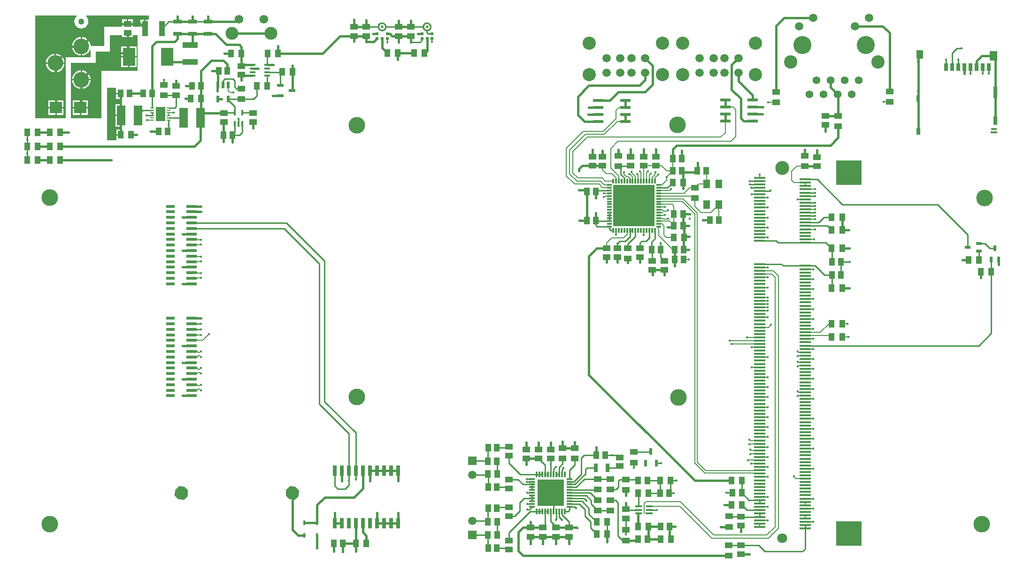
<source format=gtl>
G04 Layer_Physical_Order=1*
G04 Layer_Color=255*
%FSLAX44Y44*%
%MOMM*%
G71*
G01*
G75*
%ADD10R,0.3000X0.8500*%
%ADD11R,2.0000X0.3500*%
%ADD12R,4.6000X4.5000*%
%ADD13R,1.2500X1.6000*%
%ADD14R,0.6500X1.9250*%
%ADD15R,0.3000X1.0000*%
%ADD16R,1.0000X0.3000*%
%ADD17R,4.8500X4.8500*%
%ADD18R,1.2000X0.4000*%
G04:AMPARAMS|DCode=19|XSize=7.4mm|YSize=7.4mm|CornerRadius=0mm|HoleSize=0mm|Usage=FLASHONLY|Rotation=0.000|XOffset=0mm|YOffset=0mm|HoleType=Round|Shape=RoundedRectangle|*
%AMROUNDEDRECTD19*
21,1,7.4000,7.4000,0,0,0.0*
21,1,7.4000,7.4000,0,0,0.0*
1,1,0.0000,3.7000,-3.7000*
1,1,0.0000,-3.7000,-3.7000*
1,1,0.0000,-3.7000,3.7000*
1,1,0.0000,3.7000,3.7000*
%
%ADD19ROUNDEDRECTD19*%
%ADD20R,0.8500X0.3000*%
%ADD21R,1.9000X0.6000*%
%ADD22R,0.6000X1.2000*%
%ADD23R,1.0500X0.4500*%
%ADD24R,2.2000X2.1500*%
%ADD25R,1.0160X1.3970*%
%ADD26R,1.3970X1.0160*%
%ADD27R,0.6000X1.2500*%
%ADD28R,0.5000X1.0000*%
%ADD29R,1.0000X0.5000*%
%ADD30R,1.3000X0.6000*%
%ADD31R,1.6500X0.6000*%
%ADD32R,1.8500X0.6000*%
%ADD33R,0.8000X1.4000*%
%ADD34R,1.3500X1.8000*%
%ADD35R,0.6500X2.1400*%
%ADD36R,0.6500X1.6000*%
%ADD37R,1.1000X0.4500*%
%ADD38R,1.1500X0.4500*%
%ADD39R,0.6500X1.3000*%
%ADD40R,0.6000X1.1500*%
%ADD41R,1.1600X1.5000*%
%ADD42R,1.4200X1.0500*%
%ADD43R,1.0500X1.4200*%
%ADD44R,1.0900X2.7200*%
%ADD45R,2.7200X1.0900*%
%ADD46R,2.2500X3.2000*%
%ADD47R,1.1000X1.4700*%
%ADD48R,1.4700X1.1000*%
%ADD49R,0.7500X1.6000*%
%ADD50R,1.1000X1.4000*%
%ADD51R,1.6000X0.7500*%
%ADD52R,0.1000X0.1000*%
%ADD53R,0.6000X0.5220*%
%ADD54R,1.4000X1.1000*%
%ADD55R,1.5000X3.6000*%
%ADD56R,0.8000X0.2500*%
%ADD57R,1.7500X2.6500*%
%ADD58R,0.4000X1.0000*%
%ADD59R,0.4600X0.8400*%
%ADD60C,0.4000*%
%ADD61C,0.2400*%
%ADD62C,0.2000*%
%ADD63C,0.2540*%
%ADD64C,0.4500*%
%ADD65C,0.2500*%
%ADD66C,1.8000*%
%ADD67C,2.5000*%
%ADD68C,3.2500*%
%ADD69C,2.4000*%
%ADD70C,1.5200*%
%ADD71C,1.3900*%
%ADD72C,1.5750*%
%ADD73C,2.3250*%
%ADD74C,1.5000*%
%ADD75R,1.5000X1.5000*%
%ADD76C,1.4224*%
%ADD77C,3.0000*%
%ADD78C,0.5000*%
%ADD79C,1.1000*%
%ADD80C,2.8300*%
%ADD81C,2.3800*%
%ADD82C,0.4500*%
%ADD83C,0.3000*%
G36*
X235000Y982830D02*
X229670D01*
Y966690D01*
X227130D01*
Y982830D01*
X220410D01*
Y970000D01*
X206890D01*
Y973830D01*
X187110D01*
Y970000D01*
X155000D01*
X155000Y935000D01*
X130222D01*
X129949Y937772D01*
X128994Y940918D01*
X127444Y943817D01*
X125359Y946359D01*
X122817Y948444D01*
X119918Y949994D01*
X116772Y950948D01*
X114770Y951146D01*
Y934500D01*
Y917854D01*
X116772Y918052D01*
X119918Y919006D01*
X122817Y920556D01*
X125359Y922641D01*
X127444Y925183D01*
X128730Y927588D01*
X130000Y927270D01*
X130000Y915000D01*
X85000D01*
Y805000D01*
X30000D01*
Y990000D01*
X104675D01*
X105083Y988797D01*
X104585Y988415D01*
X102581Y985804D01*
X101322Y982763D01*
X100892Y979500D01*
X101322Y976237D01*
X102581Y973196D01*
X104585Y970585D01*
X107196Y968581D01*
X110237Y967322D01*
X113500Y966892D01*
X116763Y967322D01*
X119804Y968581D01*
X122415Y970585D01*
X124419Y973196D01*
X125678Y976237D01*
X126108Y979500D01*
X125678Y982763D01*
X124419Y985804D01*
X122415Y988415D01*
X121917Y988797D01*
X122325Y990000D01*
X235000D01*
Y982830D01*
D02*
G37*
G36*
X737451Y977817D02*
X737884Y977772D01*
X738313Y977704D01*
X738738Y977613D01*
X739158Y977501D01*
X739572Y977366D01*
X739977Y977211D01*
X740375Y977034D01*
X740762Y976837D01*
X741138Y976619D01*
X741503Y976383D01*
X741854Y976127D01*
X742192Y975854D01*
X742515Y975563D01*
X742823Y975255D01*
X743114Y974932D01*
X743387Y974594D01*
X743643Y974243D01*
X743879Y973878D01*
X744097Y973502D01*
X744294Y973114D01*
X744471Y972717D01*
X744627Y972311D01*
X744761Y971898D01*
X744873Y971478D01*
X744964Y971053D01*
X745032Y970624D01*
X745077Y970191D01*
X745100Y969757D01*
Y969540D01*
X745100Y969382D01*
X745078Y968966D01*
X745035Y968552D01*
X744970Y968141D01*
X744883Y967733D01*
X744775Y967331D01*
X744647Y966935D01*
X744498Y966546D01*
X744328Y966166D01*
X744139Y965795D01*
X743931Y965435D01*
X743704Y965085D01*
X743459Y964749D01*
X743197Y964425D01*
X742919Y964116D01*
X742624Y963821D01*
X742315Y963542D01*
X741991Y963280D01*
X741655Y963036D01*
X741305Y962809D01*
X740945Y962601D01*
X740574Y962412D01*
X740193Y962242D01*
X739805Y962093D01*
X739409Y961965D01*
X739007Y961857D01*
X738599Y961770D01*
X738188Y961705D01*
X737774Y961662D01*
X737358Y961640D01*
X737100Y961640D01*
Y964640D01*
X737231D01*
X737493Y964654D01*
X737753Y964681D01*
X738011Y964722D01*
X738268Y964777D01*
X738521Y964844D01*
X738770Y964925D01*
X739014Y965019D01*
X739253Y965126D01*
X739487Y965244D01*
X739713Y965375D01*
X739933Y965518D01*
X740145Y965672D01*
X740348Y965837D01*
X740543Y966012D01*
X740728Y966197D01*
X740903Y966392D01*
X741068Y966595D01*
X741222Y966807D01*
X741365Y967027D01*
X741496Y967253D01*
X741615Y967487D01*
X741721Y967726D01*
X741815Y967970D01*
X741896Y968220D01*
X741964Y968472D01*
X742018Y968728D01*
X742059Y968987D01*
X742086Y969248D01*
X742100Y969509D01*
Y969640D01*
Y969940D01*
Y970068D01*
X742087Y970325D01*
X742060Y970580D01*
X742020Y970833D01*
X741966Y971084D01*
X741900Y971332D01*
X741821Y971576D01*
X741729Y971816D01*
X741624Y972050D01*
X741508Y972279D01*
X741379Y972501D01*
X741240Y972716D01*
X741089Y972924D01*
X740927Y973123D01*
X740755Y973314D01*
X740574Y973495D01*
X740383Y973667D01*
X740184Y973829D01*
X739976Y973980D01*
X739761Y974119D01*
X739539Y974248D01*
X739310Y974364D01*
X739076Y974469D01*
X738836Y974560D01*
X738592Y974640D01*
X738344Y974706D01*
X738093Y974760D01*
X737840Y974800D01*
X737585Y974827D01*
X737328Y974840D01*
X736964D01*
X736692Y974826D01*
X736421Y974797D01*
X736152Y974755D01*
X735886Y974698D01*
X735623Y974628D01*
X735364Y974543D01*
X735109Y974446D01*
X734861Y974335D01*
X734618Y974211D01*
X734382Y974075D01*
X734154Y973927D01*
X733933Y973767D01*
X733722Y973595D01*
X733519Y973413D01*
X733327Y973221D01*
X733145Y973018D01*
X732973Y972807D01*
X732813Y972586D01*
X732665Y972358D01*
X732529Y972122D01*
X732405Y971879D01*
X732294Y971631D01*
X732197Y971376D01*
X732112Y971117D01*
X732042Y970854D01*
X731985Y970588D01*
X731943Y970319D01*
X731914Y970048D01*
X731900Y969776D01*
Y969640D01*
X731903Y969470D01*
X731921Y969206D01*
X731954Y968943D01*
X732000Y968683D01*
X732059Y968425D01*
X732132Y968171D01*
X732218Y967921D01*
X732317Y967675D01*
X732429Y967436D01*
X732553Y967202D01*
X732689Y966975D01*
X732837Y966756D01*
X732996Y966545D01*
X733166Y966342D01*
X733347Y966149D01*
X733537Y965965D01*
X733737Y965792D01*
X733945Y965629D01*
X734162Y965477D01*
X734386Y965337D01*
X734617Y965209D01*
X734855Y965093D01*
X735098Y964989D01*
X735347Y964899D01*
X735600Y964822D01*
X735857Y964758D01*
X736116Y964707D01*
X736378Y964670D01*
X736642Y964647D01*
X736906Y964638D01*
X737000Y964640D01*
Y961640D01*
X736788D01*
X736364Y961662D01*
X735942Y961706D01*
X735523Y961773D01*
X735108Y961861D01*
X734699Y961971D01*
X734295Y962102D01*
X733899Y962254D01*
X733512Y962427D01*
X733134Y962619D01*
X732766Y962831D01*
X732411Y963062D01*
X732067Y963312D01*
X731738Y963579D01*
X731422Y963863D01*
X731122Y964162D01*
X730839Y964478D01*
X730572Y964807D01*
X730322Y965151D01*
X730091Y965506D01*
X729879Y965874D01*
X729687Y966252D01*
X729514Y966639D01*
X729362Y967035D01*
X729231Y967439D01*
X729121Y967849D01*
X729033Y968263D01*
X728967Y968682D01*
X728922Y969104D01*
X728900Y969528D01*
Y969740D01*
Y970040D01*
Y970244D01*
X728921Y970652D01*
X728964Y971059D01*
X729028Y971462D01*
X729113Y971861D01*
X729219Y972256D01*
X729345Y972645D01*
X729491Y973026D01*
X729657Y973399D01*
X729843Y973763D01*
X730047Y974117D01*
X730270Y974460D01*
X730510Y974790D01*
X730767Y975107D01*
X731040Y975411D01*
X731329Y975700D01*
X731633Y975973D01*
X731950Y976230D01*
X732281Y976470D01*
X732623Y976693D01*
X732977Y976897D01*
X733341Y977083D01*
X733714Y977249D01*
X734096Y977395D01*
X734484Y977521D01*
X734878Y977627D01*
X735278Y977712D01*
X735682Y977776D01*
X736088Y977819D01*
X736496Y977840D01*
X737017D01*
X737451Y977817D01*
D02*
G37*
G36*
X656451D02*
X656884Y977772D01*
X657313Y977704D01*
X657738Y977613D01*
X658158Y977501D01*
X658572Y977366D01*
X658977Y977211D01*
X659374Y977034D01*
X659762Y976837D01*
X660138Y976619D01*
X660503Y976383D01*
X660854Y976127D01*
X661192Y975854D01*
X661515Y975563D01*
X661823Y975255D01*
X662114Y974932D01*
X662387Y974594D01*
X662643Y974243D01*
X662879Y973878D01*
X663097Y973502D01*
X663294Y973114D01*
X663471Y972717D01*
X663627Y972311D01*
X663761Y971898D01*
X663873Y971478D01*
X663964Y971053D01*
X664032Y970624D01*
X664077Y970191D01*
X664100Y969757D01*
Y969540D01*
X664100Y969382D01*
X664078Y968966D01*
X664035Y968552D01*
X663970Y968141D01*
X663883Y967733D01*
X663775Y967331D01*
X663647Y966935D01*
X663497Y966546D01*
X663328Y966166D01*
X663139Y965795D01*
X662931Y965435D01*
X662704Y965085D01*
X662459Y964749D01*
X662197Y964425D01*
X661919Y964116D01*
X661624Y963821D01*
X661315Y963542D01*
X660991Y963280D01*
X660655Y963036D01*
X660305Y962809D01*
X659945Y962601D01*
X659574Y962412D01*
X659193Y962242D01*
X658805Y962093D01*
X658409Y961965D01*
X658007Y961857D01*
X657599Y961770D01*
X657188Y961705D01*
X656774Y961662D01*
X656358Y961640D01*
X656100Y961640D01*
Y964640D01*
X656231D01*
X656492Y964654D01*
X656753Y964681D01*
X657011Y964722D01*
X657268Y964777D01*
X657521Y964844D01*
X657770Y964925D01*
X658014Y965019D01*
X658253Y965126D01*
X658487Y965244D01*
X658713Y965375D01*
X658933Y965518D01*
X659145Y965672D01*
X659348Y965837D01*
X659543Y966012D01*
X659728Y966197D01*
X659903Y966392D01*
X660068Y966595D01*
X660222Y966807D01*
X660365Y967027D01*
X660496Y967253D01*
X660614Y967487D01*
X660721Y967726D01*
X660815Y967970D01*
X660896Y968220D01*
X660964Y968472D01*
X661018Y968728D01*
X661059Y968987D01*
X661086Y969248D01*
X661100Y969509D01*
Y969640D01*
Y969940D01*
Y970068D01*
X661087Y970325D01*
X661060Y970580D01*
X661020Y970833D01*
X660966Y971084D01*
X660900Y971332D01*
X660820Y971576D01*
X660729Y971816D01*
X660624Y972050D01*
X660508Y972279D01*
X660379Y972501D01*
X660240Y972716D01*
X660089Y972924D01*
X659927Y973123D01*
X659756Y973314D01*
X659574Y973495D01*
X659383Y973667D01*
X659184Y973829D01*
X658976Y973980D01*
X658761Y974119D01*
X658539Y974248D01*
X658310Y974364D01*
X658076Y974469D01*
X657836Y974560D01*
X657592Y974640D01*
X657344Y974706D01*
X657093Y974760D01*
X656840Y974800D01*
X656585Y974827D01*
X656328Y974840D01*
X655964D01*
X655692Y974826D01*
X655421Y974797D01*
X655152Y974755D01*
X654886Y974698D01*
X654623Y974628D01*
X654364Y974543D01*
X654109Y974446D01*
X653861Y974335D01*
X653618Y974211D01*
X653382Y974075D01*
X653154Y973927D01*
X652933Y973767D01*
X652722Y973595D01*
X652519Y973413D01*
X652327Y973221D01*
X652144Y973018D01*
X651973Y972807D01*
X651813Y972586D01*
X651665Y972358D01*
X651529Y972122D01*
X651405Y971879D01*
X651294Y971631D01*
X651197Y971376D01*
X651112Y971117D01*
X651042Y970854D01*
X650985Y970588D01*
X650943Y970319D01*
X650914Y970048D01*
X650900Y969776D01*
Y969640D01*
X650903Y969470D01*
X650921Y969206D01*
X650954Y968943D01*
X651000Y968683D01*
X651059Y968425D01*
X651132Y968171D01*
X651218Y967921D01*
X651317Y967675D01*
X651429Y967436D01*
X651553Y967202D01*
X651689Y966975D01*
X651837Y966756D01*
X651996Y966545D01*
X652166Y966342D01*
X652347Y966149D01*
X652537Y965965D01*
X652737Y965792D01*
X652945Y965629D01*
X653162Y965477D01*
X653386Y965337D01*
X653617Y965209D01*
X653855Y965093D01*
X654099Y964989D01*
X654347Y964899D01*
X654600Y964822D01*
X654857Y964758D01*
X655116Y964707D01*
X655378Y964670D01*
X655642Y964647D01*
X655906Y964638D01*
X656000Y964640D01*
Y961640D01*
X655788D01*
X655364Y961662D01*
X654942Y961706D01*
X654523Y961773D01*
X654108Y961861D01*
X653699Y961971D01*
X653295Y962102D01*
X652899Y962254D01*
X652512Y962427D01*
X652134Y962619D01*
X651766Y962831D01*
X651411Y963062D01*
X651067Y963312D01*
X650738Y963579D01*
X650422Y963863D01*
X650122Y964162D01*
X649839Y964478D01*
X649572Y964807D01*
X649322Y965151D01*
X649091Y965506D01*
X648879Y965874D01*
X648687Y966252D01*
X648514Y966639D01*
X648362Y967035D01*
X648231Y967439D01*
X648121Y967849D01*
X648033Y968263D01*
X647967Y968682D01*
X647922Y969104D01*
X647900Y969528D01*
Y969740D01*
Y970040D01*
Y970244D01*
X647921Y970652D01*
X647964Y971059D01*
X648028Y971462D01*
X648113Y971861D01*
X648219Y972256D01*
X648345Y972645D01*
X648491Y973026D01*
X648658Y973399D01*
X648843Y973763D01*
X649047Y974117D01*
X649270Y974460D01*
X649510Y974790D01*
X649767Y975107D01*
X650040Y975411D01*
X650329Y975700D01*
X650633Y975973D01*
X650950Y976230D01*
X651281Y976470D01*
X651623Y976693D01*
X651977Y976897D01*
X652341Y977083D01*
X652714Y977249D01*
X653095Y977395D01*
X653484Y977521D01*
X653879Y977627D01*
X654278Y977712D01*
X654682Y977776D01*
X655088Y977819D01*
X655496Y977840D01*
X656017D01*
X656451Y977817D01*
D02*
G37*
G36*
X198270Y950860D02*
X206890D01*
Y955000D01*
X215000D01*
Y895000D01*
Y890000D01*
X150000D01*
Y805000D01*
X95000D01*
Y905000D01*
X140000D01*
Y925000D01*
X165000D01*
Y955000D01*
X187110D01*
Y950860D01*
X195730D01*
Y958900D01*
X198270D01*
Y950860D01*
D02*
G37*
G36*
X176110Y859160D02*
Y850540D01*
X184150D01*
Y848000D01*
X176110D01*
Y839380D01*
X185000D01*
Y830540D01*
X174960D01*
Y811270D01*
X185000D01*
Y808730D01*
X174960D01*
Y789460D01*
X185000D01*
Y784525D01*
X176982D01*
Y776270D01*
X184602D01*
Y773730D01*
X176982D01*
Y765475D01*
X175909Y765000D01*
X160000D01*
Y860000D01*
X175188D01*
X176110Y859160D01*
D02*
G37*
G36*
X499377Y140190D02*
X505944Y133024D01*
X505520Y123313D01*
X498354Y116746D01*
X488643Y117170D01*
X482076Y124336D01*
X482500Y134047D01*
X489666Y140614D01*
X499377Y140190D01*
D02*
G37*
G36*
X299377D02*
X305944Y133024D01*
X305520Y123313D01*
X298354Y116746D01*
X288643Y117170D01*
X282076Y124336D01*
X282500Y134047D01*
X289666Y140614D01*
X299377Y140190D01*
D02*
G37*
%LPC*%
G36*
X206890Y983140D02*
X198270D01*
Y976370D01*
X206890D01*
Y983140D01*
D02*
G37*
G36*
X195730D02*
X187110D01*
Y976370D01*
X195730D01*
Y983140D01*
D02*
G37*
G36*
X112230Y951146D02*
X110228Y950948D01*
X107082Y949994D01*
X104183Y948444D01*
X101641Y946359D01*
X99556Y943817D01*
X98006Y940918D01*
X97051Y937772D01*
X96854Y935770D01*
X112230D01*
Y951146D01*
D02*
G37*
G36*
Y933230D02*
X96854D01*
X97051Y931228D01*
X98006Y928082D01*
X99556Y925183D01*
X101641Y922641D01*
X104183Y920556D01*
X107082Y919006D01*
X110228Y918052D01*
X112230Y917854D01*
Y933230D01*
D02*
G37*
G36*
X67770Y921146D02*
Y905770D01*
X83146D01*
X82949Y907772D01*
X81994Y910918D01*
X80444Y913817D01*
X78359Y916359D01*
X75817Y918444D01*
X72918Y919994D01*
X69772Y920948D01*
X67770Y921146D01*
D02*
G37*
G36*
X65230D02*
X63228Y920948D01*
X60082Y919994D01*
X57183Y918444D01*
X54641Y916359D01*
X52556Y913817D01*
X51006Y910918D01*
X50051Y907772D01*
X49854Y905770D01*
X65230D01*
Y921146D01*
D02*
G37*
G36*
X83146Y903230D02*
X67770D01*
Y887854D01*
X69772Y888052D01*
X72918Y889006D01*
X75817Y890556D01*
X78359Y892641D01*
X80444Y895183D01*
X81994Y898082D01*
X82949Y901228D01*
X83146Y903230D01*
D02*
G37*
G36*
X65230D02*
X49854D01*
X50051Y901228D01*
X51006Y898082D01*
X52556Y895183D01*
X54641Y892641D01*
X57183Y890556D01*
X60082Y889006D01*
X63228Y888052D01*
X65230Y887854D01*
Y903230D01*
D02*
G37*
G36*
X81510Y837250D02*
X69240D01*
Y825230D01*
X81510D01*
Y837250D01*
D02*
G37*
G36*
X66700D02*
X54430D01*
Y825230D01*
X66700D01*
Y837250D01*
D02*
G37*
G36*
X81510Y822690D02*
X69240D01*
Y810670D01*
X81510D01*
Y822690D01*
D02*
G37*
G36*
X66700D02*
X54430D01*
Y810670D01*
X66700D01*
Y822690D01*
D02*
G37*
G36*
X213290Y934540D02*
X200770D01*
Y917270D01*
X213290D01*
Y934540D01*
D02*
G37*
G36*
X198230D02*
X185710D01*
Y917270D01*
X198230D01*
Y934540D01*
D02*
G37*
G36*
X213290Y914730D02*
X200770D01*
Y897460D01*
X213290D01*
Y914730D01*
D02*
G37*
G36*
X198230D02*
X185710D01*
Y897460D01*
X198230D01*
Y914730D01*
D02*
G37*
G36*
X114770Y891146D02*
Y875770D01*
X130146D01*
X129949Y877772D01*
X128994Y880918D01*
X127444Y883817D01*
X125359Y886359D01*
X122817Y888444D01*
X119918Y889994D01*
X116772Y890948D01*
X114770Y891146D01*
D02*
G37*
G36*
X112230Y891146D02*
X110228Y890948D01*
X107082Y889994D01*
X104183Y888444D01*
X101641Y886359D01*
X99556Y883817D01*
X98006Y880918D01*
X97051Y877772D01*
X96854Y875770D01*
X112230D01*
Y891146D01*
D02*
G37*
G36*
X130146Y873230D02*
X114770D01*
Y857854D01*
X116772Y858052D01*
X119918Y859006D01*
X122817Y860556D01*
X125359Y862641D01*
X127444Y865183D01*
X128994Y868082D01*
X129949Y871228D01*
X130146Y873230D01*
D02*
G37*
G36*
X112230D02*
X96854D01*
X97051Y871228D01*
X98006Y868082D01*
X99556Y865183D01*
X101641Y862641D01*
X104183Y860556D01*
X107082Y859006D01*
X110228Y858052D01*
X112230Y857854D01*
Y873230D01*
D02*
G37*
G36*
X125510Y837250D02*
X113240D01*
Y825230D01*
X125510D01*
Y837250D01*
D02*
G37*
G36*
X110700D02*
X98430D01*
Y825230D01*
X110700D01*
Y837250D01*
D02*
G37*
G36*
X125510Y822690D02*
X113240D01*
Y810670D01*
X125510D01*
Y822690D01*
D02*
G37*
G36*
X110700D02*
X98430D01*
Y810670D01*
X110700D01*
Y822690D01*
D02*
G37*
%LPD*%
D10*
X1137740Y691460D02*
D03*
X1132740D02*
D03*
X1147740Y602460D02*
D03*
X1142740D02*
D03*
X1137740D02*
D03*
X1132740D02*
D03*
X1127740D02*
D03*
X1122740D02*
D03*
X1117740D02*
D03*
X1112740D02*
D03*
X1107740D02*
D03*
X1102740D02*
D03*
X1097740D02*
D03*
X1092740D02*
D03*
X1087740D02*
D03*
X1082740D02*
D03*
X1077740D02*
D03*
X1072740D02*
D03*
Y691460D02*
D03*
X1077740D02*
D03*
X1082740D02*
D03*
X1087740D02*
D03*
X1092740D02*
D03*
X1097740D02*
D03*
X1102740D02*
D03*
X1117740D02*
D03*
X1122740D02*
D03*
X1127740D02*
D03*
X1142740D02*
D03*
X1147740D02*
D03*
X1112740D02*
D03*
X1107740D02*
D03*
D11*
X1336500Y697500D02*
D03*
X1418500Y694500D02*
D03*
X1336500Y691500D02*
D03*
X1418500Y688500D02*
D03*
X1336500Y685500D02*
D03*
X1418500Y682500D02*
D03*
X1336500Y679500D02*
D03*
X1418500Y676500D02*
D03*
X1336500Y673500D02*
D03*
X1418500Y670500D02*
D03*
X1336500Y667500D02*
D03*
X1418500Y664500D02*
D03*
X1336500Y661500D02*
D03*
X1418500Y658500D02*
D03*
X1336500Y655500D02*
D03*
X1418500Y652500D02*
D03*
X1336500Y649500D02*
D03*
X1418500Y646500D02*
D03*
X1336500Y643500D02*
D03*
X1418500Y640500D02*
D03*
X1336500Y637500D02*
D03*
X1418500Y634500D02*
D03*
X1336500Y631500D02*
D03*
X1418500Y628500D02*
D03*
X1336500Y625500D02*
D03*
X1418500Y622500D02*
D03*
X1336500Y619500D02*
D03*
X1418500Y616500D02*
D03*
X1336500Y613500D02*
D03*
X1418500Y610500D02*
D03*
X1336500Y607500D02*
D03*
X1418500Y604500D02*
D03*
X1336500Y601500D02*
D03*
X1418500Y598500D02*
D03*
X1336500Y595500D02*
D03*
X1418500Y592500D02*
D03*
X1336500Y589500D02*
D03*
X1418500Y586500D02*
D03*
X1336500Y583500D02*
D03*
X1418500Y580500D02*
D03*
X1336500Y541500D02*
D03*
X1418500Y538500D02*
D03*
X1336500Y535500D02*
D03*
X1418500Y532500D02*
D03*
X1336500Y529500D02*
D03*
X1418500Y526500D02*
D03*
X1336500Y523500D02*
D03*
X1418500Y520500D02*
D03*
X1336500Y517500D02*
D03*
X1418500Y514500D02*
D03*
X1336500Y511500D02*
D03*
X1418500Y508500D02*
D03*
X1336500Y505500D02*
D03*
X1418500Y502500D02*
D03*
X1336500Y499500D02*
D03*
X1418500Y496500D02*
D03*
X1336500Y493500D02*
D03*
X1418500Y490500D02*
D03*
X1336500Y487500D02*
D03*
X1418500Y484500D02*
D03*
X1336500Y481500D02*
D03*
X1418500Y478500D02*
D03*
X1336500Y475500D02*
D03*
X1418500Y472500D02*
D03*
X1336500Y469500D02*
D03*
X1418500Y466500D02*
D03*
X1336500Y463500D02*
D03*
X1418500Y460500D02*
D03*
X1336500Y457500D02*
D03*
X1418500Y454500D02*
D03*
X1336500Y451500D02*
D03*
X1418500Y448500D02*
D03*
X1336500Y445500D02*
D03*
X1418500Y442500D02*
D03*
X1336500Y439500D02*
D03*
X1418500Y436500D02*
D03*
X1336500Y433500D02*
D03*
X1418500Y430500D02*
D03*
X1336500Y427500D02*
D03*
X1418500Y424500D02*
D03*
X1336500Y421500D02*
D03*
X1418500Y418500D02*
D03*
X1336500Y415500D02*
D03*
X1418500Y412500D02*
D03*
X1336500Y409500D02*
D03*
X1418500Y406500D02*
D03*
X1336500Y403500D02*
D03*
X1418500Y400500D02*
D03*
X1336500Y397500D02*
D03*
X1418500Y394500D02*
D03*
X1336500Y391500D02*
D03*
X1418500Y388500D02*
D03*
X1336500Y385500D02*
D03*
Y379500D02*
D03*
Y373500D02*
D03*
X1418500Y370500D02*
D03*
X1336500Y367500D02*
D03*
Y361500D02*
D03*
Y355500D02*
D03*
X1418500Y352500D02*
D03*
X1336500Y349500D02*
D03*
X1418500Y346500D02*
D03*
X1336500Y343500D02*
D03*
X1418500Y340500D02*
D03*
X1336500Y337500D02*
D03*
X1418500Y334500D02*
D03*
X1336500Y331500D02*
D03*
X1418500Y328500D02*
D03*
X1336500Y325500D02*
D03*
X1418500Y322500D02*
D03*
X1336500Y319500D02*
D03*
X1418500Y316500D02*
D03*
X1336500Y313500D02*
D03*
Y307500D02*
D03*
Y301500D02*
D03*
X1418500Y298500D02*
D03*
X1336500Y295500D02*
D03*
X1418500Y292500D02*
D03*
X1336500Y289500D02*
D03*
X1418500Y286500D02*
D03*
X1336500Y283500D02*
D03*
X1418500Y280500D02*
D03*
X1336500Y277500D02*
D03*
X1418500Y274500D02*
D03*
X1336500Y271500D02*
D03*
X1418500Y268500D02*
D03*
X1336500Y265500D02*
D03*
X1418500Y262500D02*
D03*
X1336500Y259500D02*
D03*
X1418500Y256500D02*
D03*
X1336500Y253500D02*
D03*
X1418500Y250500D02*
D03*
X1336500Y247500D02*
D03*
X1418500Y244500D02*
D03*
X1336500Y241500D02*
D03*
X1418500Y238500D02*
D03*
X1336500Y235500D02*
D03*
X1418500Y232500D02*
D03*
X1336500Y229500D02*
D03*
X1418500Y226500D02*
D03*
Y220500D02*
D03*
Y214500D02*
D03*
X1336500Y211500D02*
D03*
X1418500Y208500D02*
D03*
X1336500Y205500D02*
D03*
X1418500Y202500D02*
D03*
X1336500Y199500D02*
D03*
X1418500Y196500D02*
D03*
X1336500Y193500D02*
D03*
X1418500Y190500D02*
D03*
X1336500Y187500D02*
D03*
X1418500Y184500D02*
D03*
X1336500Y181500D02*
D03*
X1418500Y178500D02*
D03*
X1336500Y175500D02*
D03*
X1418500Y172500D02*
D03*
X1336500Y169500D02*
D03*
X1418500Y166500D02*
D03*
X1336500Y163500D02*
D03*
X1418500Y160500D02*
D03*
X1336500Y157500D02*
D03*
X1418500Y154500D02*
D03*
X1336500Y151500D02*
D03*
X1418500Y148500D02*
D03*
X1336500Y145500D02*
D03*
X1418500Y142500D02*
D03*
X1336500Y139500D02*
D03*
X1418500Y136500D02*
D03*
X1336500Y133500D02*
D03*
X1418500Y130500D02*
D03*
X1336500Y127500D02*
D03*
X1418500Y124500D02*
D03*
X1336500Y121500D02*
D03*
X1418500Y118500D02*
D03*
X1336500Y115500D02*
D03*
X1418500Y112500D02*
D03*
X1336500Y109500D02*
D03*
X1418500Y106500D02*
D03*
X1336500Y103500D02*
D03*
X1418500Y100500D02*
D03*
X1336500Y97500D02*
D03*
X1418500Y94500D02*
D03*
X1336500Y91500D02*
D03*
X1418500Y88500D02*
D03*
X1336500Y85500D02*
D03*
X1418500Y82500D02*
D03*
X1336500Y79500D02*
D03*
X1418500Y76500D02*
D03*
X1336500Y73500D02*
D03*
X1418500Y70500D02*
D03*
X1336500Y67500D02*
D03*
X1418500Y64500D02*
D03*
Y382500D02*
D03*
Y376500D02*
D03*
X1336500Y223500D02*
D03*
Y217500D02*
D03*
X1418500Y364500D02*
D03*
Y358500D02*
D03*
Y310500D02*
D03*
Y304500D02*
D03*
D12*
X1497500Y55500D02*
D03*
Y706500D02*
D03*
D13*
X1262950Y648990D02*
D03*
Y685990D02*
D03*
X1240950D02*
D03*
Y648990D02*
D03*
D14*
X570190Y74360D02*
D03*
X582890D02*
D03*
X595590D02*
D03*
X608290D02*
D03*
X620990D02*
D03*
X633690D02*
D03*
X646390D02*
D03*
X659090D02*
D03*
X671790D02*
D03*
X684490D02*
D03*
Y168600D02*
D03*
X671790D02*
D03*
X659090D02*
D03*
X646390D02*
D03*
X633690D02*
D03*
X620990D02*
D03*
X608290D02*
D03*
X595590D02*
D03*
X582890D02*
D03*
X570190D02*
D03*
D15*
X935000Y95500D02*
D03*
X940000D02*
D03*
X945000D02*
D03*
X950000D02*
D03*
X955000D02*
D03*
X960000D02*
D03*
X965000D02*
D03*
X970000D02*
D03*
X975000D02*
D03*
X980000D02*
D03*
X985000D02*
D03*
Y162500D02*
D03*
X980000D02*
D03*
X975000D02*
D03*
X970000D02*
D03*
X965000D02*
D03*
X960000D02*
D03*
X955000D02*
D03*
X950000D02*
D03*
X945000D02*
D03*
X940000D02*
D03*
X935000D02*
D03*
D16*
X993500Y104000D02*
D03*
Y109000D02*
D03*
Y114000D02*
D03*
Y119000D02*
D03*
Y124000D02*
D03*
Y129000D02*
D03*
Y134000D02*
D03*
Y139000D02*
D03*
Y144000D02*
D03*
Y149000D02*
D03*
Y154000D02*
D03*
X926500D02*
D03*
Y149000D02*
D03*
Y144000D02*
D03*
Y139000D02*
D03*
Y134000D02*
D03*
Y129000D02*
D03*
Y124000D02*
D03*
Y119000D02*
D03*
Y114000D02*
D03*
Y109000D02*
D03*
Y104000D02*
D03*
D17*
X960000Y129000D02*
D03*
D18*
X1118610Y91480D02*
D03*
Y97980D02*
D03*
Y104480D02*
D03*
X1137610D02*
D03*
Y97980D02*
D03*
Y91480D02*
D03*
D19*
X1110240Y646960D02*
D03*
D20*
X1154740Y684460D02*
D03*
Y679460D02*
D03*
Y674460D02*
D03*
Y669460D02*
D03*
Y664460D02*
D03*
Y659460D02*
D03*
Y654460D02*
D03*
Y649460D02*
D03*
Y644460D02*
D03*
Y639460D02*
D03*
Y634460D02*
D03*
Y629460D02*
D03*
Y624460D02*
D03*
Y619460D02*
D03*
Y614460D02*
D03*
Y609460D02*
D03*
X1065740D02*
D03*
Y614460D02*
D03*
Y619460D02*
D03*
Y624460D02*
D03*
Y629460D02*
D03*
Y634460D02*
D03*
Y639460D02*
D03*
Y644460D02*
D03*
Y649460D02*
D03*
Y654460D02*
D03*
Y659460D02*
D03*
Y664460D02*
D03*
Y669460D02*
D03*
Y674460D02*
D03*
Y679460D02*
D03*
Y684460D02*
D03*
D21*
X1094590Y798990D02*
D03*
Y811690D02*
D03*
Y824390D02*
D03*
Y837090D02*
D03*
X1045490D02*
D03*
Y824390D02*
D03*
Y811690D02*
D03*
Y798990D02*
D03*
X1274790Y837531D02*
D03*
Y824831D02*
D03*
Y812131D02*
D03*
Y799431D02*
D03*
X1323890D02*
D03*
Y812131D02*
D03*
Y824831D02*
D03*
Y837531D02*
D03*
D22*
X378500Y864500D02*
D03*
X369000D02*
D03*
X359500D02*
D03*
Y839500D02*
D03*
X378500D02*
D03*
D23*
X422600Y900970D02*
D03*
Y894470D02*
D03*
Y887970D02*
D03*
Y881470D02*
D03*
X448600D02*
D03*
Y887970D02*
D03*
Y894470D02*
D03*
Y900970D02*
D03*
D24*
X67970Y823960D02*
D03*
X111970D02*
D03*
D25*
X627398Y38000D02*
D03*
X608602D02*
D03*
X665602Y922370D02*
D03*
X684398D02*
D03*
X1042622Y76570D02*
D03*
X1061418D02*
D03*
X713602Y922370D02*
D03*
X732398D02*
D03*
X1043122Y54570D02*
D03*
X1061918D02*
D03*
X1175848Y150980D02*
D03*
X1157052D02*
D03*
X1117712Y127980D02*
D03*
X1136508D02*
D03*
X1177008Y44980D02*
D03*
X1158212D02*
D03*
X1117712Y67980D02*
D03*
X1136508D02*
D03*
X1200648Y590000D02*
D03*
X1181852D02*
D03*
X1198648Y689000D02*
D03*
X1179852D02*
D03*
X1285602Y107000D02*
D03*
X1304398D02*
D03*
X1285602Y151000D02*
D03*
X1304398D02*
D03*
X1466602Y410000D02*
D03*
X1485398D02*
D03*
X1466602Y434000D02*
D03*
X1485398D02*
D03*
X1754398Y528000D02*
D03*
X1735602D02*
D03*
X1466602Y498000D02*
D03*
X1485398D02*
D03*
X1466602Y570000D02*
D03*
X1485398D02*
D03*
X1713602Y549000D02*
D03*
X1732398D02*
D03*
X448398Y863000D02*
D03*
X429602D02*
D03*
X468398Y922000D02*
D03*
X449602D02*
D03*
X475602Y888750D02*
D03*
X494398D02*
D03*
X75000Y729000D02*
D03*
X56204D02*
D03*
X75000Y754000D02*
D03*
X56204D02*
D03*
X75000Y779000D02*
D03*
X56204D02*
D03*
X34730Y729330D02*
D03*
X15934D02*
D03*
X34730Y754330D02*
D03*
X15934D02*
D03*
X34730Y779330D02*
D03*
X15934D02*
D03*
X310852Y840270D02*
D03*
X329648D02*
D03*
X203398Y775000D02*
D03*
X184602D02*
D03*
X383602Y922000D02*
D03*
X402398D02*
D03*
X1485398Y603000D02*
D03*
X1466602D02*
D03*
X1485398Y626000D02*
D03*
X1466602D02*
D03*
D26*
X981000Y190602D02*
D03*
Y209398D02*
D03*
X1003000Y190602D02*
D03*
Y209398D02*
D03*
X1044520Y153968D02*
D03*
Y135172D02*
D03*
X1067520D02*
D03*
Y153968D02*
D03*
X1044520Y97172D02*
D03*
Y115968D02*
D03*
X1067520D02*
D03*
Y97172D02*
D03*
X1095450Y134082D02*
D03*
Y152878D02*
D03*
X1095450Y61898D02*
D03*
Y43102D02*
D03*
X1109620Y202488D02*
D03*
Y183692D02*
D03*
X1366000Y833602D02*
D03*
Y852398D02*
D03*
X1220250Y660602D02*
D03*
Y679398D02*
D03*
X1082250Y718602D02*
D03*
Y737398D02*
D03*
X1099250Y551602D02*
D03*
Y570398D02*
D03*
X1571000Y834602D02*
D03*
Y853398D02*
D03*
X1478000Y809398D02*
D03*
Y790602D02*
D03*
X1282000Y67602D02*
D03*
Y86398D02*
D03*
X1281000Y15702D02*
D03*
Y34498D02*
D03*
X1418000Y718352D02*
D03*
Y737148D02*
D03*
X402000Y839602D02*
D03*
Y858398D02*
D03*
X262250Y846270D02*
D03*
Y865066D02*
D03*
D27*
X1140620Y203590D02*
D03*
X1150170Y182590D02*
D03*
X1131070D02*
D03*
D28*
X1754500Y550000D02*
D03*
X1767500D02*
D03*
X1761000Y570000D02*
D03*
D29*
X1732000Y565500D02*
D03*
Y578500D02*
D03*
X1712000Y572000D02*
D03*
D30*
X472680Y864168D02*
D03*
Y845168D02*
D03*
X493680Y854668D02*
D03*
D31*
X274500Y444000D02*
D03*
Y434000D02*
D03*
Y424000D02*
D03*
Y414000D02*
D03*
Y404000D02*
D03*
Y394000D02*
D03*
Y384000D02*
D03*
Y374000D02*
D03*
Y364000D02*
D03*
Y354000D02*
D03*
Y344000D02*
D03*
Y334000D02*
D03*
Y324000D02*
D03*
Y314000D02*
D03*
Y304000D02*
D03*
X274500Y646000D02*
D03*
Y636000D02*
D03*
Y626000D02*
D03*
Y616000D02*
D03*
Y606000D02*
D03*
Y596000D02*
D03*
Y586000D02*
D03*
Y576000D02*
D03*
Y566000D02*
D03*
Y556000D02*
D03*
Y546000D02*
D03*
Y536000D02*
D03*
Y526000D02*
D03*
Y516000D02*
D03*
Y506000D02*
D03*
D32*
X312000Y444000D02*
D03*
Y434000D02*
D03*
Y424000D02*
D03*
Y414000D02*
D03*
Y404000D02*
D03*
Y394000D02*
D03*
Y364000D02*
D03*
Y354000D02*
D03*
Y344000D02*
D03*
Y334000D02*
D03*
Y324000D02*
D03*
Y314000D02*
D03*
Y304000D02*
D03*
X312000Y646000D02*
D03*
Y636000D02*
D03*
Y626000D02*
D03*
Y616000D02*
D03*
Y606000D02*
D03*
Y596000D02*
D03*
Y566000D02*
D03*
Y556000D02*
D03*
Y546000D02*
D03*
Y536000D02*
D03*
Y526000D02*
D03*
Y516000D02*
D03*
Y506000D02*
D03*
Y586000D02*
D03*
Y576000D02*
D03*
X312000Y384000D02*
D03*
Y374000D02*
D03*
D33*
X1672530Y897250D02*
D03*
X1683530D02*
D03*
X1694530D02*
D03*
X1705530D02*
D03*
X1716530D02*
D03*
X1727530D02*
D03*
X1738530D02*
D03*
X1749530D02*
D03*
D34*
X1758430Y917750D02*
D03*
D35*
X1761680Y851450D02*
D03*
D36*
Y800650D02*
D03*
D37*
X1759430Y785600D02*
D03*
D38*
X1759180Y779000D02*
D03*
D39*
X1622680Y781250D02*
D03*
D40*
X1622430Y840500D02*
D03*
D41*
X1625230Y920250D02*
D03*
D42*
X1084750Y192900D02*
D03*
Y177100D02*
D03*
D43*
X847100Y139280D02*
D03*
X862900D02*
D03*
X847100Y210000D02*
D03*
X862900D02*
D03*
X847100Y101000D02*
D03*
X862900D02*
D03*
X847100Y29000D02*
D03*
X862900D02*
D03*
X1142350Y568000D02*
D03*
X1158150D02*
D03*
X1180350Y732000D02*
D03*
X1196150D02*
D03*
D44*
X228400Y966690D02*
D03*
X258700D02*
D03*
D45*
X309940Y906400D02*
D03*
Y936700D02*
D03*
D46*
X268500Y916000D02*
D03*
X199500D02*
D03*
D47*
X568900Y38000D02*
D03*
X585100D02*
D03*
X863100Y163000D02*
D03*
X846900D02*
D03*
X846580Y186000D02*
D03*
X862780D02*
D03*
X863100Y76480D02*
D03*
X846900D02*
D03*
Y53000D02*
D03*
X863100D02*
D03*
X1173550Y127980D02*
D03*
X1157350D02*
D03*
X1134050Y150980D02*
D03*
X1117850D02*
D03*
X1058620Y196672D02*
D03*
X1042420D02*
D03*
X1174550Y67980D02*
D03*
X1158350D02*
D03*
X1134050Y44980D02*
D03*
X1117850D02*
D03*
X1224150Y710000D02*
D03*
X1240350D02*
D03*
X1247150Y621000D02*
D03*
X1263350D02*
D03*
X1024900Y673000D02*
D03*
X1041100D02*
D03*
X1025150Y620000D02*
D03*
X1041350D02*
D03*
X1199350Y568000D02*
D03*
X1183150D02*
D03*
X1198350Y611000D02*
D03*
X1182150D02*
D03*
X1199350Y550250D02*
D03*
X1183150D02*
D03*
X1198350Y632000D02*
D03*
X1182150D02*
D03*
X1196350Y710000D02*
D03*
X1180150D02*
D03*
X1288000Y129000D02*
D03*
X1304200D02*
D03*
X1483100Y522000D02*
D03*
X1466900D02*
D03*
X1483100Y546000D02*
D03*
X1466900D02*
D03*
X369900Y774000D02*
D03*
X386100D02*
D03*
X313150Y863270D02*
D03*
X329350D02*
D03*
X225150Y849270D02*
D03*
X241350D02*
D03*
X252900Y781000D02*
D03*
X269100D02*
D03*
X200350Y849270D02*
D03*
X184150D02*
D03*
D48*
X686000Y969470D02*
D03*
Y953270D02*
D03*
X708000Y969470D02*
D03*
Y953270D02*
D03*
X885000Y152940D02*
D03*
Y136740D02*
D03*
X605000Y969470D02*
D03*
Y953270D02*
D03*
X627000Y969470D02*
D03*
Y953270D02*
D03*
X885000Y195780D02*
D03*
Y211980D02*
D03*
Y86780D02*
D03*
Y102980D02*
D03*
Y42660D02*
D03*
Y26460D02*
D03*
X946000Y49900D02*
D03*
Y66100D02*
D03*
X924000Y49900D02*
D03*
Y66100D02*
D03*
X938000Y207100D02*
D03*
Y190900D02*
D03*
X916000Y207100D02*
D03*
Y190900D02*
D03*
X960000Y207100D02*
D03*
Y190900D02*
D03*
X993000Y49900D02*
D03*
Y66100D02*
D03*
X969000Y49900D02*
D03*
Y66100D02*
D03*
X1095430Y82880D02*
D03*
Y99080D02*
D03*
X1455000Y792900D02*
D03*
Y809100D02*
D03*
X1104250Y735100D02*
D03*
Y718900D02*
D03*
X1061000Y553900D02*
D03*
Y570100D02*
D03*
X1053000Y735100D02*
D03*
Y718900D02*
D03*
X1035000Y735100D02*
D03*
Y718900D02*
D03*
X1143250Y530900D02*
D03*
Y547100D02*
D03*
X1165250Y530900D02*
D03*
Y547100D02*
D03*
X1121250Y553900D02*
D03*
Y570100D02*
D03*
X1080000Y553900D02*
D03*
Y570100D02*
D03*
X1149250Y735100D02*
D03*
Y718900D02*
D03*
X1127250Y735100D02*
D03*
Y718900D02*
D03*
X1303000Y69900D02*
D03*
Y86100D02*
D03*
X1303000Y18000D02*
D03*
Y34200D02*
D03*
X1440000Y734850D02*
D03*
Y718650D02*
D03*
X197000Y975100D02*
D03*
Y958900D02*
D03*
X423000Y797900D02*
D03*
Y814100D02*
D03*
X371000Y797900D02*
D03*
Y814100D02*
D03*
X284250Y862768D02*
D03*
Y846568D02*
D03*
D49*
X1062770Y174172D02*
D03*
X1041270D02*
D03*
D50*
X376500Y890000D02*
D03*
X361500D02*
D03*
D51*
X287000Y978910D02*
D03*
Y957410D02*
D03*
X314000Y978910D02*
D03*
Y957410D02*
D03*
X342000Y978910D02*
D03*
Y957410D02*
D03*
D52*
X649500Y969540D02*
D03*
X730500D02*
D03*
D53*
X647000Y957220D02*
D03*
Y949000D02*
D03*
X656000D02*
D03*
X665000D02*
D03*
Y957220D02*
D03*
X746000D02*
D03*
Y949000D02*
D03*
X737000D02*
D03*
X728000D02*
D03*
Y957220D02*
D03*
D54*
X402000Y898500D02*
D03*
Y883500D02*
D03*
D55*
X298000Y805540D02*
D03*
X328500D02*
D03*
X215500Y810000D02*
D03*
X185000D02*
D03*
D56*
X241030Y823590D02*
D03*
Y819090D02*
D03*
Y814590D02*
D03*
Y810090D02*
D03*
Y805590D02*
D03*
Y801090D02*
D03*
X271030D02*
D03*
Y805590D02*
D03*
Y810090D02*
D03*
Y814590D02*
D03*
Y819090D02*
D03*
Y823590D02*
D03*
D57*
X256030Y812340D02*
D03*
D58*
X390500Y815000D02*
D03*
X403500D02*
D03*
Y795000D02*
D03*
X397000D02*
D03*
X390500D02*
D03*
D59*
X515770Y51800D02*
D03*
Y74800D02*
D03*
X538770Y51800D02*
D03*
Y74800D02*
D03*
D60*
X312000Y444000D02*
X329000D01*
X312000Y636000D02*
X329000D01*
X312000Y646000D02*
X329000D01*
X902000Y58000D02*
X910100Y66100D01*
X902000Y24000D02*
Y58000D01*
Y24000D02*
X910298Y15702D01*
X910100Y66100D02*
X924000D01*
X910298Y15702D02*
X1281000D01*
X359500Y839500D02*
X359750Y839250D01*
X366750D01*
X359250Y864250D02*
X359500Y864500D01*
X359250Y853750D02*
Y864250D01*
X369900Y762100D02*
Y774000D01*
X1117712Y67980D02*
Y90582D01*
X1095450Y43102D02*
X1115972D01*
X1134050Y44980D02*
X1158212D01*
X1136508Y47438D02*
Y67980D01*
X1136508Y67980D02*
X1158350D01*
X924000Y66100D02*
X946000D01*
X268500Y916000D02*
X278100Y906400D01*
X309940D01*
X193250Y922250D02*
X197000Y918500D01*
X113500Y874500D02*
X161250Y922250D01*
X193250D01*
X113500Y825490D02*
Y874500D01*
X111970Y823960D02*
X113500Y825490D01*
X197000Y918500D02*
Y958900D01*
Y975100D02*
X219990D01*
X154100D02*
X197000D01*
X67970Y823960D02*
Y905970D01*
X219990Y975100D02*
X228400Y966690D01*
X113500Y934500D02*
X154100Y975100D01*
X96500Y934500D02*
X113500D01*
X67970Y905970D02*
X96500Y934500D01*
X404470Y900970D02*
X422600D01*
X314000Y940760D02*
Y957410D01*
X287000Y957410D02*
X314000D01*
X342000Y978910D02*
X393470D01*
X397940Y983380D01*
X355340Y957410D02*
X375000Y937750D01*
X398250D01*
X402398Y933602D01*
X314000Y957410D02*
X355340D01*
X402398Y922000D02*
Y933602D01*
X287000Y947500D02*
Y957410D01*
X282250Y942750D02*
X287000Y947500D01*
X248750Y942750D02*
X282250D01*
X241350Y935350D02*
X248750Y942750D01*
X241350Y849270D02*
Y935350D01*
X184150Y775452D02*
Y849270D01*
Y775452D02*
X184602Y775000D01*
X200350Y849270D02*
X225150D01*
X916000Y190900D02*
X938000D01*
X916000Y207100D02*
X916000Y207100D01*
X916000Y207100D02*
Y219500D01*
X938000Y207100D02*
Y219250D01*
X938250Y219500D01*
X960000Y207100D02*
Y220000D01*
X981000Y209398D02*
X1003000D01*
X916000Y179750D02*
Y190900D01*
X916000Y179750D02*
X916000Y179750D01*
X981000Y209398D02*
Y221250D01*
X981250Y221500D01*
X1003000Y209398D02*
Y220250D01*
X1042420Y196672D02*
Y210920D01*
X1042500Y211000D01*
X969000Y66100D02*
X993000D01*
X1006900D01*
X1007000Y66000D01*
X1061918Y40332D02*
Y54570D01*
X1095430Y99080D02*
Y110180D01*
X1095450Y124300D02*
Y134082D01*
X1266852Y67602D02*
X1282000D01*
X608290Y38312D02*
Y74360D01*
Y38312D02*
X608602Y38000D01*
X585100D02*
X608602D01*
X585100Y38000D02*
X585100Y38000D01*
X585100Y22850D02*
Y38000D01*
X585000Y22750D02*
X585100Y22850D01*
X608602Y23352D02*
Y38000D01*
X608250Y23000D02*
X608602Y23352D01*
X1485398Y498000D02*
X1498000D01*
X1498250Y498250D01*
X1485398Y570000D02*
X1498750D01*
X1498750Y570000D01*
X1418000Y737148D02*
Y747750D01*
X1440000Y734850D02*
Y747500D01*
X1705530Y884780D02*
Y897250D01*
X1035250Y735100D02*
Y747750D01*
X1053250Y734100D02*
Y746750D01*
X1082250Y737398D02*
Y748250D01*
X1104250Y735100D02*
Y748750D01*
X1127250Y735100D02*
Y749250D01*
X1149250Y735100D02*
Y749000D01*
X1196150Y732000D02*
Y746100D01*
X1041350Y661150D02*
Y675000D01*
Y620000D02*
Y633400D01*
X1099250Y544000D02*
Y551602D01*
X329350Y840568D02*
Y863270D01*
Y840568D02*
X329648Y840270D01*
X331748Y814100D02*
X371000D01*
X328500Y805540D02*
Y810852D01*
X329648Y812000D02*
Y840270D01*
X328500Y810852D02*
X329648Y812000D01*
X331748Y814100D01*
X329350Y863270D02*
Y890100D01*
X348000Y908750D01*
X370250D01*
X376500Y902500D01*
Y890000D02*
Y902500D01*
X468398Y922000D02*
X548500D01*
X579770Y953270D01*
X605000D01*
X627000D01*
X686000D02*
X708000D01*
X468398Y922000D02*
Y934898D01*
X627000Y943000D02*
Y953270D01*
X686000Y941750D02*
Y953270D01*
X708000Y942250D02*
Y953270D01*
X605000Y943250D02*
Y953270D01*
X633690Y168600D02*
X646390D01*
X659090D01*
X671790D01*
X684490D01*
X646390Y74360D02*
X659090D01*
X671790D01*
X684490D01*
X570190D02*
X582890D01*
Y150110D02*
Y168600D01*
X633690Y150690D02*
Y168600D01*
X684490Y150490D02*
Y168600D01*
Y74360D02*
Y92490D01*
X646390Y74360D02*
Y92610D01*
X570190Y74360D02*
Y92810D01*
X568900Y23100D02*
Y38000D01*
X620990Y58010D02*
Y74360D01*
Y58010D02*
X627398Y51602D01*
Y38000D02*
Y51602D01*
X924000Y49900D02*
X946000D01*
X969000D01*
X993000D01*
Y37000D02*
Y49900D01*
X969000Y37000D02*
Y49900D01*
X946000Y37000D02*
Y49900D01*
X924000Y37000D02*
Y49900D01*
X1174550Y47438D02*
Y67980D01*
X494010Y61990D02*
Y128680D01*
Y61990D02*
X504200Y51800D01*
X515770D01*
Y74800D02*
X538770D01*
Y106770D01*
X553000Y121000D01*
X605000D01*
X620990Y136990D01*
Y168600D01*
X538770Y29230D02*
Y51800D01*
X34730Y779330D02*
X55874D01*
X56204Y779000D01*
X34730Y754330D02*
X55874D01*
X56204Y754000D01*
X34730Y729330D02*
X55874D01*
X56204Y729000D01*
X203398Y775000D02*
X213250D01*
X239000Y781000D02*
X252900D01*
X284250Y862768D02*
Y872750D01*
X302020Y863270D02*
X313150D01*
X301020Y840270D02*
X310852D01*
X359500Y864500D02*
Y888000D01*
X361500Y890000D01*
X349750D02*
X361500D01*
X404030Y881470D02*
X422600D01*
X402000Y883500D02*
X404030Y881470D01*
X402000Y873500D02*
Y883500D01*
X369900Y774000D02*
Y796800D01*
X371000Y797900D01*
X423000Y787250D02*
Y797900D01*
X605000Y969470D02*
X627000D01*
X686000D02*
X708000D01*
X605000D02*
Y982500D01*
X627000Y969470D02*
Y982000D01*
X686000Y969470D02*
Y980750D01*
X708000Y969470D02*
Y980500D01*
Y969470D02*
X708070Y969540D01*
X1028390Y824390D02*
X1045490D01*
X1025150Y620000D02*
Y675000D01*
X1011750Y620000D02*
X1025150D01*
X1011000Y675000D02*
X1025150D01*
X1143250Y530900D02*
X1165250D01*
X1199350Y568000D02*
Y588702D01*
X1200648Y590000D01*
Y608702D01*
X1198350Y611000D02*
X1200648Y608702D01*
X1198350Y611000D02*
Y632000D01*
X1198250Y632100D02*
X1198350Y632000D01*
X1210750D01*
X1234250Y621000D02*
X1247150D01*
X1198648Y689000D02*
Y707702D01*
X1221852D01*
X1224750Y710600D02*
Y724750D01*
X1221852Y707702D02*
X1224150Y710000D01*
X1224750Y710600D01*
X1198648Y689000D02*
X1198750Y688898D01*
Y677500D02*
Y688898D01*
X1323890Y812131D02*
X1341631D01*
X1455000Y780750D02*
Y792900D01*
X1622680Y781250D02*
Y917700D01*
X1761680Y800650D02*
Y851450D01*
Y914500D01*
X1758430Y917750D02*
X1761680Y914500D01*
X1727530Y897250D02*
Y908030D01*
X1737250Y917750D01*
X1758430D01*
X1485398Y603000D02*
Y626000D01*
Y603000D02*
X1497500D01*
X1303000Y59000D02*
Y69900D01*
X1303000Y18000D02*
X1318000D01*
X75000Y754000D02*
X317750D01*
X328500Y764750D01*
Y805540D01*
X656000Y931972D02*
Y949000D01*
Y931972D02*
X665602Y922370D01*
X684398D02*
X713602D01*
X737000Y926972D02*
Y949000D01*
X732398Y922370D02*
X737000Y926972D01*
X385440Y958380D02*
X455440D01*
X371750Y922000D02*
X383602D01*
X422600Y894470D02*
X432280D01*
X448600Y900970D02*
X459720D01*
X459168Y845168D02*
X472680D01*
X314000Y978910D02*
Y978910D01*
Y988250D01*
X287000Y978910D02*
X314000D01*
X342000Y978910D02*
Y988500D01*
X287000Y978910D02*
Y988500D01*
X75000Y779000D02*
X90500D01*
X494398Y855386D02*
Y888750D01*
X494000D02*
Y900000D01*
X1027810Y811690D02*
X1045490D01*
X1323890Y824831D02*
X1342831D01*
X402398Y898898D02*
Y922000D01*
X924000Y66100D02*
Y77000D01*
X75000Y729000D02*
X76000Y730000D01*
X75000Y729000D02*
X167500D01*
X385750Y761500D02*
Y773650D01*
X386100Y774000D01*
X1273000Y107000D02*
X1285602D01*
X1285602Y107000D01*
X1174550Y67980D02*
X1184480D01*
X1121000Y553650D02*
X1121250Y553900D01*
X1121000Y545000D02*
Y553650D01*
X1143250Y530900D02*
X1144000Y530150D01*
Y522000D02*
Y530150D01*
X1165250Y522000D02*
Y530900D01*
X1199350Y568000D02*
X1199350Y568000D01*
X1209000D01*
X1200648Y590000D02*
X1201648Y591000D01*
X1210000D01*
X1198350Y611000D02*
X1198350Y611000D01*
X1198351Y610999D01*
X1208998D01*
X1045490Y837090D02*
X1067090D01*
X1082000Y852000D01*
X1130000D01*
X1144000Y866000D01*
Y899800D01*
X1130550Y913250D02*
X1144000Y899800D01*
X1021010Y798990D02*
X1045490D01*
X1009000Y811000D02*
X1021010Y798990D01*
X1009000Y811000D02*
Y844000D01*
X1029000Y864000D01*
X1120000D01*
X1130550Y874550D01*
Y887150D01*
X1094590Y824390D02*
Y837090D01*
Y798990D02*
Y811690D01*
X1274790Y799431D02*
Y812131D01*
Y824831D02*
Y837531D01*
X1307569Y799431D02*
X1323890D01*
X1302500Y804500D02*
X1307569Y799431D01*
X1302500Y804500D02*
Y840250D01*
X1286250Y856500D02*
X1302500Y840250D01*
X1286250Y856500D02*
Y900950D01*
X1298550Y913250D01*
Y871700D02*
Y887150D01*
Y871700D02*
X1323890Y846360D01*
Y837531D02*
Y846360D01*
X1366000Y852398D02*
Y971250D01*
X1380700Y985950D01*
X1433150D01*
X1508850Y970750D02*
X1558750D01*
X1571000Y958500D01*
Y853398D02*
Y958500D01*
X1478000Y809398D02*
Y847400D01*
X1464650Y860750D02*
Y873450D01*
Y860750D02*
X1477350Y848050D01*
X1478000Y847400D01*
X1455000Y809100D02*
X1477702D01*
X1418298Y718650D02*
X1440000D01*
X1418000Y718352D02*
X1418298Y718650D01*
X665000Y957220D02*
X670030D01*
X673980Y953270D01*
X686000D01*
X627000Y943000D02*
X641000D01*
X647000Y949000D01*
X639780Y957220D02*
X647000D01*
X720780D02*
X728000D01*
X684398Y910852D02*
Y922370D01*
X1702250Y549000D02*
X1713602D01*
X1767500Y550000D02*
X1767750Y549750D01*
Y540750D02*
Y549750D01*
X1183150Y568000D02*
X1183150Y568000D01*
X1183150Y550250D02*
Y568000D01*
X1180350Y732000D02*
Y749100D01*
X1478000Y769750D02*
Y790602D01*
X1180350Y749100D02*
X1187250Y756000D01*
X1464250D01*
X1478000Y769750D01*
X1183150Y538150D02*
Y550250D01*
X1171000Y608000D02*
X1179150D01*
D61*
X483250Y616000D02*
X552000Y547250D01*
Y293500D02*
Y547250D01*
Y293500D02*
X608290Y237210D01*
Y168600D02*
Y237210D01*
X595590Y168600D02*
Y236160D01*
X542750Y289000D02*
X595590Y236160D01*
X542750Y289000D02*
Y542000D01*
X312000Y424000D02*
X329000D01*
X312000Y434000D02*
X329000D01*
X595590Y142840D02*
Y151090D01*
X588750Y136000D02*
X595590Y142840D01*
X575750Y136000D02*
X588750D01*
X570190Y141560D02*
X575750Y136000D01*
X570190Y141560D02*
Y168600D01*
X595590Y151090D02*
Y168600D01*
X608290Y153040D02*
Y168600D01*
X312000Y616000D02*
X483250D01*
X478750Y606000D02*
X542750Y542000D01*
X312000Y606000D02*
X478750D01*
X885000Y42660D02*
Y57000D01*
X1109620Y183692D02*
X1110000Y183312D01*
Y174000D02*
Y183312D01*
X980000Y171000D02*
X983000Y174000D01*
X980000Y162500D02*
Y171000D01*
X1175848Y150980D02*
X1186980D01*
X1754398Y416898D02*
Y528000D01*
X1732000Y394500D02*
X1754398Y416898D01*
Y549898D02*
X1754500Y550000D01*
X1754398Y528000D02*
Y549898D01*
X1751750Y570000D02*
X1761000D01*
X1743250Y578500D02*
X1751750Y570000D01*
X1732000Y578500D02*
X1743250D01*
X1732000Y565500D02*
X1732398Y565102D01*
Y549000D02*
Y565102D01*
X1712000Y572000D02*
Y595000D01*
X1657750Y649250D02*
X1712000Y595000D01*
X1486000Y649250D02*
X1657750D01*
X1440750Y694500D02*
X1486000Y649250D01*
X1418500Y694500D02*
X1440750D01*
X1483100Y522000D02*
Y546000D01*
X1466602Y498000D02*
X1466900Y498298D01*
Y522000D01*
X1453500D02*
X1466900D01*
X1437000Y538500D02*
X1453500Y522000D01*
X1418500Y538500D02*
X1437000D01*
X1379000D02*
X1418500D01*
X1376000Y541500D02*
X1379000Y538500D01*
X1336500Y541500D02*
X1376000D01*
X1369500Y580500D02*
X1418500D01*
X1366500Y583500D02*
X1369500Y580500D01*
X1336500Y583500D02*
X1366500D01*
X1456102Y580500D02*
X1466602Y570000D01*
X1418500Y580500D02*
X1456102D01*
X1466602Y570000D02*
X1466900Y569702D01*
Y546000D02*
Y569702D01*
X1459102Y610500D02*
X1466602Y603000D01*
X1418500Y610500D02*
X1459102D01*
X1452750Y626000D02*
X1466602D01*
X1692000Y930750D02*
X1700500D01*
X1683530Y922280D02*
X1692000Y930750D01*
X1683530Y897250D02*
Y922280D01*
X1683500Y897280D02*
X1683530Y897250D01*
X1672530D02*
Y910970D01*
X1694530Y897250D02*
Y910970D01*
X1749530Y885280D02*
Y897250D01*
X1738530Y885030D02*
Y897250D01*
X1716530Y885030D02*
Y897250D01*
X1418500Y664250D02*
X1437000D01*
X1418500Y634500D02*
X1437000D01*
X1418500Y646500D02*
X1437000D01*
X1418500Y652500D02*
X1418500Y652500D01*
X1437000D01*
X1418500Y628500D02*
X1437000D01*
X1418500Y670500D02*
X1437000D01*
X1319250Y685500D02*
X1336500D01*
X1319250Y691500D02*
X1336500D01*
X1103952Y718602D02*
X1104250Y718900D01*
X1082250Y718602D02*
X1103952D01*
X1041350Y620000D02*
X1041890Y619460D01*
X1065740D01*
Y624460D01*
Y629460D01*
Y634460D01*
X1041350Y675000D02*
X1041890Y674460D01*
X1065740D01*
X1158150Y554200D02*
X1165250Y547100D01*
X1158150Y554200D02*
Y568000D01*
X1102740Y602460D02*
X1107740D01*
X1137740Y588490D02*
Y602460D01*
X1142350Y568000D02*
Y581850D01*
X1147740Y587240D01*
Y602460D01*
X1142350Y568000D02*
X1143250Y567100D01*
Y547100D02*
Y567100D01*
X1061418Y76570D02*
X1061918Y76070D01*
Y54570D02*
Y76070D01*
X1089398Y43102D02*
X1095450D01*
X1081250Y51250D02*
X1089398Y43102D01*
X1081250Y51250D02*
Y111500D01*
X1076782Y115968D02*
X1081250Y111500D01*
X1067520Y115968D02*
X1076782D01*
X1084878Y152878D02*
X1095450D01*
X1082000Y150000D02*
X1084878Y152878D01*
X1082000Y139250D02*
Y150000D01*
X1077922Y135172D02*
X1082000Y139250D01*
X1067520Y135172D02*
X1077922D01*
X1281000Y34498D02*
X1281298Y34200D01*
X1303000D01*
X1418500Y64500D02*
Y70500D01*
Y27750D02*
Y64500D01*
X1413750Y23000D02*
X1418500Y27750D01*
X1346500Y23000D02*
X1413750D01*
X1335300Y34200D02*
X1346500Y23000D01*
X1303000Y34200D02*
X1335300D01*
X1336500Y85500D02*
Y91500D01*
X1282000Y86398D02*
X1282298Y86100D01*
X1303000D01*
X1303600Y85500D01*
X1336500D01*
X1304398Y107000D02*
X1313898Y97500D01*
X1336500D01*
Y109500D02*
Y115500D01*
X1304398Y128802D02*
Y151000D01*
Y128802D02*
X1317700Y115500D01*
X1336500D01*
X1117712Y127980D02*
X1118610Y127082D01*
Y104480D02*
Y127082D01*
X1095430Y99080D02*
X1096530Y97980D01*
X1118610D01*
X1117712Y90582D02*
X1118610Y91480D01*
X1115972Y43102D02*
X1117850Y44980D01*
X1158212D02*
X1158212Y44980D01*
X1134050Y44980D02*
X1136508Y47438D01*
Y67980D02*
X1136508Y67980D01*
X1139518Y202488D02*
X1140620Y203590D01*
X1109620Y202488D02*
X1139518D01*
X1081822Y174172D02*
X1084750Y177100D01*
X1062770Y174172D02*
X1081822D01*
X1080978Y196672D02*
X1084750Y192900D01*
X1058620Y196672D02*
X1080978D01*
X1136508Y127980D02*
X1136508Y127980D01*
X1157350D01*
X1157052Y128278D02*
X1157350Y127980D01*
X1157052Y128278D02*
Y150980D01*
X1157052Y150980D02*
X1157052Y150980D01*
X1134050Y150980D02*
X1157052D01*
X1115952Y152878D02*
X1117850Y150980D01*
X1095450Y152878D02*
X1115952D01*
X883020Y210000D02*
X885000Y211980D01*
X862900Y210000D02*
X883020D01*
X846580Y209480D02*
X847100Y210000D01*
X846580Y186000D02*
Y209480D01*
X845580Y187000D02*
X846580Y186000D01*
X819000Y187000D02*
X845580D01*
X845500Y161600D02*
X846900Y163000D01*
X819000Y161600D02*
X845500D01*
X846900Y100800D02*
X847100Y101000D01*
X846900Y76480D02*
Y100800D01*
X844980Y78400D02*
X846900Y76480D01*
X819000Y78400D02*
X844980D01*
X819000Y53000D02*
X846900D01*
Y29200D02*
X847100Y29000D01*
X846900Y29200D02*
Y53000D01*
X863100D02*
Y76480D01*
X882460Y29000D02*
X885000Y26460D01*
X862900Y29000D02*
X882460D01*
X912000Y119000D02*
X926500D01*
X904500Y111500D02*
X912000Y119000D01*
X904500Y96500D02*
Y111500D01*
X894780Y86780D02*
X904500Y96500D01*
X885000Y86780D02*
X894780D01*
X862900Y101000D02*
X864880Y102980D01*
X885000D01*
X926500Y119000D02*
Y124000D01*
Y114000D02*
Y119000D01*
X935000Y95500D02*
X940000D01*
X945000D01*
X950000D02*
X955000D01*
X946000Y66100D02*
X950000Y70100D01*
Y95500D01*
X1031750Y65942D02*
X1043122Y54570D01*
X1031750Y65942D02*
Y76750D01*
X1022000Y86500D02*
X1031750Y76750D01*
X1022000Y86500D02*
Y98250D01*
X1011250Y109000D02*
X1022000Y98250D01*
X993500Y109000D02*
X1011250D01*
X1029000Y90192D02*
X1042622Y76570D01*
X1029000Y90192D02*
Y101500D01*
X1016500Y114000D02*
X1029000Y101500D01*
X993500Y114000D02*
X1016500D01*
X1044520Y97172D02*
X1067520D01*
X1033000Y108692D02*
X1044520Y97172D01*
X1033000Y108692D02*
Y115000D01*
X1024000Y124000D02*
X1033000Y115000D01*
X993500Y124000D02*
X1024000D01*
X1031488Y129000D02*
X1044520Y115968D01*
X993500Y129000D02*
X1031488D01*
X1043348Y134000D02*
X1044520Y135172D01*
X993500Y134000D02*
X1043348D01*
X1044520Y153968D02*
X1067520D01*
X1020968D02*
X1044520D01*
X1006000Y139000D02*
X1020968Y153968D01*
X993500Y139000D02*
X1006000D01*
X1025172Y174172D02*
X1041270D01*
X1022250Y171250D02*
X1025172Y174172D01*
X1022250Y163000D02*
Y171250D01*
X1003250Y144000D02*
X1022250Y163000D01*
X993500Y144000D02*
X1003250D01*
X1020172Y196672D02*
X1042420D01*
X1015250Y191750D02*
X1020172Y196672D01*
X1015250Y162500D02*
Y191750D01*
X1001750Y149000D02*
X1015250Y162500D01*
X993500Y149000D02*
X1001750D01*
X1003000Y179500D02*
Y190602D01*
X993500Y170000D02*
X1003000Y179500D01*
X993500Y154000D02*
Y170000D01*
X271030Y782930D02*
Y801090D01*
X269100Y781000D02*
X271030Y782930D01*
Y805590D02*
X297950D01*
X298000Y805540D01*
X224590Y819090D02*
X241030D01*
X215500Y810000D02*
X224590Y819090D01*
X241030Y823590D02*
Y848950D01*
X241350Y849270D01*
X271030Y823590D02*
X281840D01*
X284250Y826000D01*
Y846568D01*
X283952Y846270D02*
X284250Y846568D01*
X262250Y846270D02*
X283952D01*
X390500Y778400D02*
Y795000D01*
X386100Y774000D02*
X390500Y778400D01*
X403500Y779000D02*
Y795000D01*
X398500Y774000D02*
X403500Y779000D01*
X386100Y774000D02*
X398500D01*
X403500Y815000D02*
X422100D01*
X423000Y814100D01*
X371900Y815000D02*
X390500D01*
X371000Y814100D02*
X371900Y815000D01*
X378500Y837750D02*
Y839500D01*
Y837750D02*
X390500Y825750D01*
Y815000D02*
Y825750D01*
X378500Y839500D02*
X401898D01*
X402000Y839602D01*
X423852D01*
X429602Y845352D01*
Y863000D01*
X369000Y864500D02*
Y872750D01*
X372500Y876250D01*
X386500D01*
X390000Y872750D01*
Y861500D02*
Y872750D01*
Y861500D02*
X393102Y858398D01*
X402000D01*
X448600Y900970D02*
Y920998D01*
X449602Y922000D01*
X448600Y863202D02*
Y881470D01*
X448398Y863000D02*
X448600Y863202D01*
Y887970D02*
X474822D01*
X472680Y864168D02*
Y885828D01*
X474822Y887970D01*
X475602Y888750D01*
X926500Y139000D02*
Y144000D01*
Y134000D02*
Y139000D01*
X910000Y144000D02*
X926500D01*
X901060Y152940D02*
X910000Y144000D01*
X885000Y152940D02*
X901060D01*
X862900Y139280D02*
X882460D01*
X885000Y136740D01*
X863100Y163000D02*
Y185680D01*
X862780Y186000D02*
X863100Y185680D01*
X847100Y139280D02*
Y162800D01*
X846900Y163000D02*
X847100Y162800D01*
X950000Y162500D02*
Y178900D01*
X938000Y190900D02*
X950000Y178900D01*
Y162500D02*
X955000D01*
X960000D02*
Y190900D01*
X960000Y190900D02*
X960000Y190900D01*
X970000Y162500D02*
X975000D01*
Y175250D01*
X981000Y181250D01*
Y190602D01*
X940000Y162500D02*
X945000D01*
X935000D02*
X940000D01*
X905250D02*
X935000D01*
X885000Y182750D02*
X905250Y162500D01*
X885000Y182750D02*
Y195780D01*
X993500Y119000D02*
X1020000D01*
X1024000Y115000D01*
X985000Y95500D02*
X991500D01*
X993500Y97500D01*
Y104000D01*
X1003000D01*
X1006000Y101000D01*
X965000Y95500D02*
Y124000D01*
X960000Y129000D02*
X965000Y124000D01*
X918000Y129000D02*
X926500D01*
X917000Y149000D02*
X926500D01*
X917000Y154000D02*
X926500D01*
X965000Y162500D02*
Y172000D01*
X969000Y176000D01*
X1095430Y61918D02*
Y82880D01*
Y61918D02*
X1095450Y61898D01*
X1174550Y47438D02*
X1177008Y44980D01*
X1137610Y97980D02*
X1150980D01*
X1095450Y53450D02*
Y61898D01*
X1175848Y130278D02*
Y150980D01*
X1174570Y129000D02*
X1175848Y130278D01*
X1173550Y127980D02*
X1181980D01*
X1336500Y673500D02*
X1355500D01*
X1356000Y674000D01*
X15934Y729330D02*
Y754330D01*
X15604Y779000D02*
X15934Y779330D01*
Y754330D02*
Y779330D01*
X241030Y810090D02*
Y814590D01*
X231410Y810090D02*
X241030D01*
X231250Y810250D02*
X231410Y810090D01*
X397000Y795000D02*
Y804250D01*
X649430Y969470D02*
X649500Y969540D01*
X627000Y969470D02*
X649430D01*
X662530D02*
X686000D01*
X708070Y969540D02*
X730500D01*
X738780Y957220D02*
X746000D01*
X736642Y959358D02*
X738780Y957220D01*
X736642Y959358D02*
Y962782D01*
X1483100Y546000D02*
X1499250D01*
X1321750Y679500D02*
X1336500D01*
X1276250Y129000D02*
X1288000D01*
X1150170Y182590D02*
X1158590D01*
X261750Y865566D02*
X262250Y865066D01*
Y874000D01*
X493680Y854668D02*
X494398Y855386D01*
X1184480Y67980D02*
X1184750Y68250D01*
X918000Y109000D02*
X926500D01*
X921502Y99002D02*
X926500Y104000D01*
X918045Y99002D02*
X921502D01*
X885000Y57000D02*
X923102Y95102D01*
X934602D02*
X935000Y95500D01*
X923102Y95102D02*
X934602D01*
X960000Y77250D02*
Y95500D01*
Y77250D02*
X969000Y68250D01*
Y66100D02*
Y68250D01*
X970000Y80750D02*
Y95500D01*
X969000Y79750D02*
X970000Y80750D01*
X975000Y85500D02*
Y95500D01*
Y85500D02*
X980500Y80000D01*
X980000Y89750D02*
Y95500D01*
Y89750D02*
X993000Y76750D01*
Y66100D02*
Y76750D01*
X1418500Y394500D02*
X1732000D01*
X1080000Y570100D02*
Y579000D01*
X1082250Y718602D02*
X1086500Y714352D01*
X728000Y945750D02*
Y949000D01*
X724500Y942250D02*
X728000Y945750D01*
X708000Y942250D02*
X724500D01*
X1418500Y616500D02*
X1443250D01*
X1452750Y626000D01*
X1158150Y568000D02*
Y579150D01*
X1080000Y579000D02*
X1084250Y583250D01*
X1094250D01*
X1102740Y591740D01*
Y602460D01*
X1099250Y570398D02*
Y578250D01*
X1112740Y591740D01*
Y602460D01*
X1121250Y570100D02*
Y580250D01*
X1132250Y583000D02*
X1137740Y588490D01*
X1124000Y583000D02*
X1132250D01*
X1121250Y580250D02*
X1124000Y583000D01*
X1086500Y703250D02*
Y714352D01*
Y703250D02*
X1092740Y697010D01*
Y691460D02*
Y697010D01*
D62*
X1282250Y403500D02*
X1336500D01*
X332500Y404000D02*
X343500Y415000D01*
X312000Y404000D02*
X332500D01*
X1336475Y397525D02*
X1336500Y397500D01*
X1285725Y397525D02*
X1336475D01*
X312000Y414000D02*
X329000D01*
X271030Y810090D02*
Y814590D01*
X279910D01*
X232090Y801090D02*
X241030D01*
X1097740Y595490D02*
Y602460D01*
X1110240Y646960D02*
X1127740Y629460D01*
X1077740Y614460D02*
X1110240Y646960D01*
X1154740Y669460D02*
X1200460D01*
X1210398Y679398D02*
X1220250D01*
X1226842Y685990D01*
X1240950D01*
X1154740Y664460D02*
X1216392D01*
X1220250Y660602D01*
Y645750D02*
Y660602D01*
Y645750D02*
X1231000Y635000D01*
X1248960D01*
X1262950Y648990D01*
X1263350Y648590D01*
Y621000D02*
Y648590D01*
X1240950Y685990D02*
Y709400D01*
X1240350Y710000D02*
X1240950Y709400D01*
X1053540Y679460D02*
X1065740D01*
X1047000Y686000D02*
X1053540Y679460D01*
X1056540Y684460D02*
X1065740D01*
X1050000Y691000D02*
X1056540Y684460D01*
X1078000Y819000D02*
X1083390Y824390D01*
X1094590D01*
X1078000Y804000D02*
Y819000D01*
X1079990Y798990D02*
X1094590D01*
X1077740Y691460D02*
Y697260D01*
X1070000Y705000D02*
X1077740Y697260D01*
X1060000Y705000D02*
X1070000D01*
X1053000Y712000D02*
X1060000Y705000D01*
X1053000Y712000D02*
Y718900D01*
X1058540Y691460D02*
X1072740D01*
X1053000Y697000D02*
X1058540Y691460D01*
X1274790Y778790D02*
Y799431D01*
X1009000Y697000D02*
X1053000D01*
X1000000Y706000D02*
X1009000Y697000D01*
X1007000Y691000D02*
X1050000D01*
X994000Y704000D02*
X1007000Y691000D01*
X1003000Y686000D02*
X1047000D01*
X988000Y701000D02*
X1003000Y686000D01*
X1068000Y715000D02*
Y750000D01*
X1294000Y772000D02*
Y820000D01*
X1289169Y824831D02*
X1294000Y820000D01*
X1274790Y824831D02*
X1289169D01*
X1126990Y718900D02*
X1127250D01*
X1149250D01*
X1160100D01*
X1169000Y710000D01*
X1180150D01*
Y731800D01*
X1180350Y732000D01*
X1154740Y684460D02*
X1160460D01*
X1169000Y693000D01*
Y698850D01*
X1180150Y710000D01*
X1116000Y704000D02*
X1117740Y702260D01*
X1122740Y691460D02*
Y707160D01*
X1120950Y708950D02*
X1122740Y707160D01*
X1399000Y688500D02*
X1418500D01*
X1394750Y692750D02*
X1399000Y688500D01*
X1394750Y692750D02*
Y709500D01*
X1403602Y718352D01*
X1418000D01*
X1418500Y682500D02*
Y688500D01*
X1127740Y691460D02*
Y718150D01*
X1126990Y718900D02*
X1127740Y718150D01*
X1137740Y691460D02*
Y702240D01*
X1140000Y704500D01*
X1132740Y691460D02*
Y706432D01*
X1135404Y709096D01*
X1147740Y691460D02*
Y696990D01*
X1153500Y702750D01*
X1142740Y691460D02*
Y697740D01*
X1148250Y703250D01*
Y706692D01*
X1148904Y707346D01*
X1117740Y691460D02*
Y702260D01*
X1082740Y691460D02*
Y700260D01*
X1068000Y715000D02*
X1082740Y700260D01*
X1336500Y475500D02*
X1351000D01*
X1336500Y469500D02*
X1351000D01*
X1336500Y463500D02*
X1351000D01*
X1336500Y457500D02*
X1351000D01*
X665000Y942250D02*
Y949000D01*
X746000Y941750D02*
Y942750D01*
Y949000D01*
X378500Y854250D02*
Y864500D01*
Y854250D02*
X381750Y851000D01*
X388000D01*
X1322500Y667500D02*
X1336500D01*
X1154740Y644460D02*
X1165960D01*
X1166000Y644500D01*
X1162497Y622750D02*
X1170271D01*
X1171510Y623990D01*
X1160787Y624460D02*
X1162497Y622750D01*
X1154740Y624460D02*
X1160787D01*
X1154740Y629460D02*
X1164960D01*
X1165500Y630000D01*
X1182150Y611000D02*
Y632000D01*
X1154740Y619250D02*
Y619460D01*
X1325500Y163500D02*
X1336500D01*
X1324500Y164500D02*
X1325500Y163500D01*
X1237843Y164500D02*
X1324500D01*
X1325500Y169500D02*
X1336500D01*
X1324500Y168500D02*
X1325500Y169500D01*
X1239500Y168500D02*
X1324500D01*
X1224250Y183750D02*
X1239500Y168500D01*
X1220250Y182093D02*
X1237843Y164500D01*
X1159990Y659460D02*
X1160490Y658960D01*
X1154740Y659460D02*
X1159990D01*
X1160490Y658960D02*
X1198697D01*
X1224250Y633407D01*
X1154740Y654460D02*
X1159990D01*
X1160490Y654960D01*
X1197040D01*
X1220250Y631750D01*
X1224250Y183750D02*
Y633407D01*
X1220250Y182093D02*
Y631750D01*
X1129770Y91480D02*
X1137610D01*
X1128250Y93000D02*
X1129770Y91480D01*
X1128250Y93000D02*
Y109500D01*
X1131500Y112750D01*
X1194000D01*
X1254000Y52750D01*
X1349750D01*
X1364500Y67500D01*
X1336500Y523500D02*
X1358500D01*
X1364500Y517500D01*
Y67500D02*
Y517500D01*
X1370500Y64500D02*
Y520500D01*
X1336500Y529500D02*
X1361500D01*
X1370500Y520500D01*
X1353000Y47000D02*
X1370500Y64500D01*
X1137610Y104480D02*
X1192520D01*
X1250000Y47000D01*
X1353000D01*
X1336500Y697500D02*
Y702750D01*
Y661500D02*
X1351000D01*
X1336500Y643500D02*
X1351000D01*
X1338000Y625500D02*
X1351000D01*
X1336500Y607500D02*
X1351000D01*
X1336500Y517500D02*
X1351000D01*
X1336500Y499500D02*
X1351000D01*
X1336500Y481500D02*
X1351000D01*
X1336500Y427500D02*
X1352500D01*
X1357000Y432000D01*
X1322500Y391500D02*
X1336500D01*
X1322500Y355500D02*
X1336500D01*
Y157500D02*
X1351000D01*
X1336500Y79500D02*
X1351000D01*
X1336500Y103500D02*
X1351000D01*
X1336500Y121500D02*
X1351000D01*
X1351000Y157500D02*
X1351000Y157500D01*
X1336500Y211500D02*
X1351000D01*
X1336500Y193500D02*
X1351000D01*
X1336500Y175500D02*
X1351000D01*
X1336500Y265500D02*
X1351000D01*
X1336500Y247500D02*
X1351000D01*
X1336500Y229500D02*
X1351000D01*
X1336500Y319500D02*
X1351000D01*
X1336500Y301500D02*
X1351000D01*
X1336500Y283500D02*
X1351000D01*
X1336500Y337500D02*
X1351000D01*
X1336500Y373500D02*
X1351000D01*
X1336500Y445500D02*
X1351000D01*
X1336500Y535500D02*
X1351000D01*
X1418500Y418500D02*
X1446250D01*
X1461750Y434000D01*
X1466602D01*
X1418500Y412500D02*
X1464102D01*
X1466602Y410000D01*
X1336500Y589500D02*
X1336500Y589500D01*
X1351000D01*
X1336500Y67500D02*
Y73500D01*
X1418500Y76500D02*
X1433500D01*
X1418500Y100500D02*
X1433500D01*
X1418500Y118500D02*
X1433500D01*
X1402000Y154500D02*
X1418500D01*
X1399000Y157500D02*
X1402000Y154500D01*
X1399000Y157500D02*
Y159000D01*
X1418500Y172500D02*
X1433500D01*
X1418500Y208500D02*
X1433500D01*
X1433500Y208500D01*
X1418500Y226500D02*
X1433500D01*
X1418500Y244500D02*
X1433500D01*
X1418500Y262500D02*
X1433500D01*
X1418500Y298500D02*
X1433500D01*
X1418500Y316500D02*
X1433500D01*
X1418500Y334500D02*
X1433500D01*
X1418500Y352500D02*
X1433500D01*
X1418500Y370500D02*
X1433500D01*
X1418500Y388500D02*
X1433500D01*
X1418500Y406500D02*
X1433500D01*
X1418500Y424500D02*
X1433500D01*
X1418500Y442500D02*
X1433500D01*
X1418500Y460500D02*
X1433500D01*
X1418500Y478500D02*
X1433500D01*
X1418500Y496500D02*
X1433500D01*
X1418500Y514500D02*
X1433500D01*
X1418500Y532500D02*
X1433500D01*
X1485398Y434000D02*
X1485648Y433750D01*
X1496750Y410000D02*
X1496750Y410000D01*
X1485398Y410000D02*
X1496750D01*
X1485398Y434000D02*
X1485648Y434250D01*
X1495500D01*
X1418500Y586500D02*
X1435000D01*
X1418500Y622500D02*
X1436500D01*
X1418500Y640500D02*
X1436500D01*
X1418500Y676500D02*
X1436500D01*
X1055790Y669460D02*
X1065740D01*
X1560648Y834602D02*
X1571000D01*
X1560500Y834750D02*
X1560648Y834602D01*
X1352102Y833602D02*
X1366000D01*
X1352000Y833500D02*
X1352102Y833602D01*
X1199350Y550250D02*
X1209000D01*
X1200460Y669460D02*
X1210398Y679398D01*
X1154740Y674460D02*
X1174710D01*
X1176750Y676500D01*
X994000Y704000D02*
Y747500D01*
X1000000Y706000D02*
Y744500D01*
X1068000Y750000D02*
X1081000Y763000D01*
X1285000D01*
X1294000Y772000D01*
X994000Y747500D02*
X1022250Y775750D01*
X1056750D01*
X1079990Y798990D01*
X1000000Y744500D02*
X1026000Y770500D01*
X1266500D01*
X1274790Y778790D01*
X1055250Y781250D02*
X1078000Y804000D01*
X988000Y701000D02*
Y750500D01*
X1018750Y781250D01*
X1055250D01*
X1418500Y82500D02*
Y88500D01*
Y106500D02*
Y112500D01*
X1154740Y649460D02*
X1179540D01*
X1182150Y646850D01*
Y632000D02*
Y646850D01*
X1154740Y614460D02*
X1160540D01*
X1173900Y619250D02*
X1182150Y611000D01*
X1154740Y619250D02*
X1169532D01*
X1169543Y619240D01*
X1173478D01*
X1173488Y619250D01*
X1173900D01*
X1179150Y608000D02*
X1182150Y611000D01*
X1077740Y594760D02*
Y602460D01*
X1127740D02*
X1127750Y602450D01*
Y594000D02*
Y602450D01*
X1061000Y570100D02*
Y579500D01*
X1070250Y588750D01*
X1091000D01*
X1097740Y595490D01*
X1154740Y593260D02*
Y609460D01*
Y593260D02*
X1180000Y568000D01*
X1183150D01*
X1168250Y590000D02*
X1181852D01*
X1164000Y594250D02*
X1168250Y590000D01*
X1164000Y594250D02*
Y611000D01*
X1160540Y614460D02*
X1164000Y611000D01*
X1418500Y604500D02*
X1436500D01*
X1092500Y703250D02*
Y707500D01*
Y703250D02*
X1097000Y698750D01*
X1100500D01*
X1102740Y696510D01*
Y691460D02*
Y696510D01*
X1112740Y691460D02*
Y699685D01*
X1105846Y706578D02*
Y708346D01*
Y706578D02*
X1112740Y699685D01*
X1101250Y703750D02*
X1103018D01*
X1107740Y699028D01*
Y691460D02*
Y699028D01*
X1171126Y639374D02*
X1171126D01*
X1172010Y638490D01*
X1162997Y637250D02*
X1169003D01*
X1160787Y639460D02*
X1162997Y637250D01*
X1154740Y639460D02*
X1160787D01*
X1169003Y637250D02*
X1171126Y639374D01*
X312000Y374000D02*
X322250D01*
X324250Y376000D01*
X312000Y384000D02*
X322250D01*
X324250Y382000D01*
X327000D01*
X329000Y384000D01*
X324250Y376000D02*
X327000D01*
X329000Y374000D01*
X1318000Y216500D02*
X1319000Y217500D01*
X1336500D01*
X1318000Y225000D02*
X1319500Y223500D01*
X1336500D01*
X1320750Y205500D02*
X1336500D01*
X1319500Y206750D02*
X1320750Y205500D01*
X1320750Y199500D02*
X1336500D01*
X1319500Y198250D02*
X1320750Y199500D01*
X322250Y354000D02*
X324250Y352000D01*
X327000D01*
X312000Y354000D02*
X322250D01*
X327000Y352000D02*
X329000Y354000D01*
X312000Y344000D02*
X322250D01*
X324250Y346000D01*
X312000Y344000D02*
X312000Y344000D01*
X324250Y346000D02*
X327000D01*
X329000Y344000D01*
X1325753Y187500D02*
X1334500D01*
X1324514Y188740D02*
X1325753Y187500D01*
X1315500D02*
X1316740Y188740D01*
X1324514D01*
X1321521Y181500D02*
X1336500D01*
X1321510Y181490D02*
X1321521Y181500D01*
X312000Y314000D02*
X322250D01*
X324250Y316000D01*
X327000D01*
X329000Y314000D01*
X322250Y324000D02*
X324250Y322000D01*
X327000D01*
X312000Y324000D02*
X322250D01*
X327000Y322000D02*
X329000Y324000D01*
X1406250Y382500D02*
X1418500D01*
X1405000Y383750D02*
X1406250Y382500D01*
X1406250Y376500D02*
X1418500D01*
X1405000Y375250D02*
X1406250Y376500D01*
X322250Y586000D02*
X323000Y585250D01*
X312000Y586000D02*
X322250D01*
X323000Y585250D02*
X329000D01*
X322250Y576000D02*
X323000Y576750D01*
X312000Y576000D02*
X322250D01*
X323000Y576750D02*
X329000D01*
X1406250Y358500D02*
X1418500D01*
X1406250Y364500D02*
X1418500D01*
X1405000Y365750D02*
X1406250Y364500D01*
X322250Y546000D02*
X323000Y546750D01*
X312000Y546000D02*
X322250D01*
X323000Y546750D02*
X329000D01*
X312000Y556000D02*
X322250D01*
X323000Y555250D02*
X329000D01*
X322250Y556000D02*
X323000Y555250D01*
X1405000Y357250D02*
X1406250Y358500D01*
X322250Y526000D02*
X323000Y525250D01*
X312000Y526000D02*
X322250D01*
X323000Y525250D02*
X329000D01*
X1405000Y311750D02*
X1406250Y310500D01*
X1418500D01*
X1405000Y303250D02*
X1406250Y304500D01*
X1418500D01*
X312000Y516000D02*
X322250D01*
X323000Y516750D01*
X329000D01*
X1313500Y409500D02*
X1336500D01*
X1154740Y634460D02*
X1160540D01*
X1161500Y633500D01*
X1058210Y664460D02*
X1065740D01*
X1056000Y662250D02*
X1058210Y664460D01*
X1405000Y658500D02*
X1418500D01*
D63*
X66500Y904500D02*
X67970Y905970D01*
X309940Y936700D02*
X314000Y940760D01*
X342000Y957410D02*
X355340D01*
X314000Y957410D02*
X314000Y957410D01*
Y978910D02*
X342000D01*
X258700Y966690D02*
X270920Y978910D01*
X287000D01*
X197000Y918500D02*
X199500Y916000D01*
X342000Y978910D02*
X342000Y978910D01*
X355340Y957410D02*
X355340Y957410D01*
X402398Y898898D02*
X404470Y900970D01*
X1043540Y609460D02*
X1065740D01*
X1041350Y611650D02*
X1043540Y609460D01*
X1041350Y611650D02*
Y620000D01*
X1068290Y602460D02*
X1072740D01*
X1065740Y605010D02*
X1068290Y602460D01*
X1065740Y605010D02*
Y609460D01*
D64*
X1061000Y545000D02*
Y553900D01*
X1080000Y545000D02*
Y553900D01*
X1050000Y570000D02*
X1050100Y570100D01*
X1061000D01*
X296500Y626000D02*
X312000D01*
X296500Y596000D02*
X312000D01*
X296500Y566000D02*
X312000D01*
X296500Y536000D02*
X312000D01*
X296500Y506000D02*
X312000D01*
X296500Y394000D02*
X312000D01*
X296500Y364000D02*
X312000D01*
X296500Y334000D02*
X312000D01*
X296500Y304000D02*
X312000D01*
X1035000Y718900D02*
X1053000D01*
X1035000Y718900D02*
X1035000Y718900D01*
X1011000Y710000D02*
Y713000D01*
X1016900Y718900D01*
X1035000D01*
X1029000Y342000D02*
X1220000Y151000D01*
X1029000Y342000D02*
Y556000D01*
X1043000Y570000D01*
X1050000D01*
X1735602Y516852D02*
Y528000D01*
X1220000Y151000D02*
X1285602D01*
D65*
X1154740Y679460D02*
X1170312D01*
X1179852Y689000D01*
D66*
X1377500Y47000D02*
D03*
D67*
Y715000D02*
D03*
D68*
X1528150Y936950D02*
D03*
X1413850D02*
D03*
D69*
X1549750Y906450D02*
D03*
X1392250D02*
D03*
D70*
X1407750Y970750D02*
D03*
X1433150Y985950D02*
D03*
X1508850Y970750D02*
D03*
X1534250Y985950D02*
D03*
D71*
X1426550Y848050D02*
D03*
X1439250Y873450D02*
D03*
X1451950Y848050D02*
D03*
X1464650Y873450D02*
D03*
X1477350Y848050D02*
D03*
X1490050Y873450D02*
D03*
X1502750Y848050D02*
D03*
X1515450Y873450D02*
D03*
D72*
X442940Y983380D02*
D03*
X397940D02*
D03*
D73*
X455440Y958380D02*
D03*
X385440D02*
D03*
D74*
X819000Y161600D02*
D03*
Y78400D02*
D03*
X1298550Y913250D02*
D03*
X1228550D02*
D03*
X1298550Y887150D02*
D03*
X1273550D02*
D03*
X1253550D02*
D03*
X1228550D02*
D03*
X1130550Y913250D02*
D03*
X1060550D02*
D03*
X1130550Y887150D02*
D03*
X1060550D02*
D03*
X1105550D02*
D03*
X1085550D02*
D03*
Y913250D02*
D03*
X1105550D02*
D03*
X1253550D02*
D03*
X1273550D02*
D03*
D75*
X819000Y187000D02*
D03*
Y53000D02*
D03*
D76*
X294010Y128680D02*
D03*
X494010D02*
D03*
D77*
X57000Y72000D02*
D03*
Y662000D02*
D03*
X1737000Y72000D02*
D03*
X1742000Y661000D02*
D03*
X1190000Y301021D02*
D03*
X610000Y302021D02*
D03*
X1189000Y793021D02*
D03*
X610000Y792000D02*
D03*
D78*
X656000Y969740D02*
D03*
X737000D02*
D03*
D79*
X113500Y979500D02*
D03*
D80*
X66500Y904500D02*
D03*
X113500Y934500D02*
D03*
Y874500D02*
D03*
D81*
X1329250Y883650D02*
D03*
X1197850D02*
D03*
Y940450D02*
D03*
X1329250D02*
D03*
X1161250Y883650D02*
D03*
X1029850D02*
D03*
Y940450D02*
D03*
X1161250D02*
D03*
D82*
X329000Y444000D02*
D03*
Y636000D02*
D03*
Y646000D02*
D03*
Y424000D02*
D03*
Y434000D02*
D03*
X1282250Y403500D02*
D03*
X343500Y415000D02*
D03*
X1285725Y397525D02*
D03*
X329000Y414000D02*
D03*
X369900Y762100D02*
D03*
X1110000Y174000D02*
D03*
X983000D02*
D03*
X942000Y109000D02*
D03*
X962000Y108000D02*
D03*
X980000D02*
D03*
X979000Y127000D02*
D03*
X942000Y128000D02*
D03*
X960000Y148000D02*
D03*
X978000Y149000D02*
D03*
X1186980Y150980D02*
D03*
X1700500Y930750D02*
D03*
X1749530Y885280D02*
D03*
X1738530Y885030D02*
D03*
X1716530D02*
D03*
X1694530Y910970D02*
D03*
X1672530Y910970D02*
D03*
X1437000Y634500D02*
D03*
Y628500D02*
D03*
Y646500D02*
D03*
Y652500D02*
D03*
Y664250D02*
D03*
Y670500D02*
D03*
X1319250Y691500D02*
D03*
Y685500D02*
D03*
X916000Y219500D02*
D03*
X938250D02*
D03*
X960000Y220000D02*
D03*
X981000Y221250D02*
D03*
X916000Y179750D02*
D03*
X960000Y180500D02*
D03*
X1003000Y220250D02*
D03*
X1061918Y40332D02*
D03*
X1006900Y66100D02*
D03*
X1042500Y211000D02*
D03*
X1095450Y124300D02*
D03*
X1095430Y110180D02*
D03*
X1266852Y67602D02*
D03*
X585100Y22850D02*
D03*
X608250Y23000D02*
D03*
X1498750Y570000D02*
D03*
X1498250Y498250D02*
D03*
X1418000Y747750D02*
D03*
X1440000Y747500D02*
D03*
X1705530Y884780D02*
D03*
X1053250Y746750D02*
D03*
X1082250Y748250D02*
D03*
X1104250Y748750D02*
D03*
X1127250Y749250D02*
D03*
X1149250Y749000D02*
D03*
X1196150Y746100D02*
D03*
X1080000Y579000D02*
D03*
X1041350Y633400D02*
D03*
X1137740Y588490D02*
D03*
X1041350Y661150D02*
D03*
X328500Y764750D02*
D03*
X423852Y839602D02*
D03*
X348000Y814500D02*
D03*
X468398Y934898D02*
D03*
X605000Y943250D02*
D03*
X627000Y943000D02*
D03*
X686000Y941750D02*
D03*
X708000Y942250D02*
D03*
X582890Y150110D02*
D03*
X633690Y150690D02*
D03*
X684490Y150490D02*
D03*
Y92490D02*
D03*
X646390Y92610D02*
D03*
X570190Y92810D02*
D03*
X568900Y23100D02*
D03*
X917000Y154000D02*
D03*
Y149000D02*
D03*
X918000Y129000D02*
D03*
X969000Y176000D02*
D03*
X1024000Y115000D02*
D03*
X1006000Y101000D02*
D03*
X924000Y37000D02*
D03*
X946000Y37000D02*
D03*
X969000Y37000D02*
D03*
X993000D02*
D03*
X942000Y149000D02*
D03*
X1181980Y127980D02*
D03*
X1150980Y97980D02*
D03*
X1095450Y53450D02*
D03*
X1184750Y68250D02*
D03*
X1071000Y197000D02*
D03*
X1356000Y674000D02*
D03*
X538770Y29230D02*
D03*
X16000Y767000D02*
D03*
X15934Y741000D02*
D03*
X212750Y849270D02*
D03*
X251000Y822000D02*
D03*
X261000D02*
D03*
X251250Y802500D02*
D03*
X261250Y802250D02*
D03*
X256030Y812340D02*
D03*
X231250Y810250D02*
D03*
X279910Y814590D02*
D03*
X213250Y775000D02*
D03*
X423000Y787250D02*
D03*
X397000Y804250D02*
D03*
X239000Y781000D02*
D03*
X301020Y840270D02*
D03*
X302020Y863270D02*
D03*
X284250Y872750D02*
D03*
X359250Y853750D02*
D03*
X349750Y890000D02*
D03*
X402000Y873500D02*
D03*
X605000Y982500D02*
D03*
X627000Y982000D02*
D03*
X686000Y980750D02*
D03*
X708000Y980500D02*
D03*
X1761680Y813250D02*
D03*
Y892500D02*
D03*
X1622500Y907500D02*
D03*
Y853500D02*
D03*
X1622680Y793000D02*
D03*
X1455000Y780750D02*
D03*
X1341631Y812131D02*
D03*
X1224750Y724750D02*
D03*
X1198750Y677500D02*
D03*
X1210750Y632000D02*
D03*
X1234250Y621000D02*
D03*
X1080000Y545000D02*
D03*
X1061000D02*
D03*
X1011750Y620000D02*
D03*
X1011000Y675000D02*
D03*
X1028390Y824390D02*
D03*
X1079500Y679750D02*
D03*
X1099000Y679250D02*
D03*
X1129250Y678750D02*
D03*
X1079750Y663500D02*
D03*
X1098250Y665750D02*
D03*
X1128000Y665500D02*
D03*
X1079250Y648750D02*
D03*
X1099500Y650500D02*
D03*
X1128500D02*
D03*
X1078750Y632500D02*
D03*
X1078500Y619250D02*
D03*
X1099000Y619500D02*
D03*
X1130000Y638750D02*
D03*
X1497500Y603000D02*
D03*
X1499250Y546000D02*
D03*
X1158590Y182590D02*
D03*
X1276250Y129000D02*
D03*
X1303000Y59000D02*
D03*
X1321750Y679500D02*
D03*
X1318000Y18000D02*
D03*
X371750Y922000D02*
D03*
X432280Y894470D02*
D03*
X494000Y900000D02*
D03*
X459720Y900970D02*
D03*
X366750Y839250D02*
D03*
X459168Y845168D02*
D03*
X262250Y874000D02*
D03*
X232090Y801090D02*
D03*
X287000Y988500D02*
D03*
X314000Y988250D02*
D03*
X342000Y988500D02*
D03*
X90500Y779000D02*
D03*
X241000Y874000D02*
D03*
X287000Y947500D02*
D03*
X1027810Y811690D02*
D03*
X1342000Y824831D02*
D03*
X402398Y908750D02*
D03*
X271030Y793500D02*
D03*
X924000Y77000D02*
D03*
X1050000Y570000D02*
D03*
X164000Y850000D02*
D03*
X163750Y839750D02*
D03*
X163500Y830000D02*
D03*
Y819750D02*
D03*
X163250Y809500D02*
D03*
Y799750D02*
D03*
X163500Y789750D02*
D03*
Y780500D02*
D03*
X164000Y768750D02*
D03*
X167500Y729000D02*
D03*
X172000Y850000D02*
D03*
X171750Y839750D02*
D03*
X171000Y830250D02*
D03*
Y819250D02*
D03*
Y808750D02*
D03*
X170750Y800250D02*
D03*
X171000Y790000D02*
D03*
X170750Y780250D02*
D03*
X171250Y769250D02*
D03*
X385750Y761500D02*
D03*
X1273000Y107000D02*
D03*
X608290Y153040D02*
D03*
X595590Y151090D02*
D03*
X918000Y109000D02*
D03*
X918045Y99002D02*
D03*
X969000Y79750D02*
D03*
X980500Y80000D02*
D03*
X1099250Y544000D02*
D03*
X1121000Y545000D02*
D03*
X1144000Y522000D02*
D03*
X1165250D02*
D03*
X1209000Y568000D02*
D03*
X1210000Y591000D02*
D03*
X1208998Y610999D02*
D03*
X296500Y626000D02*
D03*
X296500Y304000D02*
D03*
X296500Y334000D02*
D03*
Y364000D02*
D03*
Y394000D02*
D03*
X296500Y506000D02*
D03*
X296500Y536000D02*
D03*
Y566000D02*
D03*
Y596000D02*
D03*
X1035000Y748000D02*
D03*
X1011000Y710000D02*
D03*
X1116000Y704000D02*
D03*
X1120950Y708950D02*
D03*
X1140000Y704500D02*
D03*
X1135404Y709096D02*
D03*
X1153500Y702750D02*
D03*
X1148904Y707346D02*
D03*
X1101250Y703750D02*
D03*
X1105846Y708346D02*
D03*
X1351000Y475500D02*
D03*
Y469500D02*
D03*
Y463500D02*
D03*
Y457500D02*
D03*
X639780Y957220D02*
D03*
X720780D02*
D03*
X684398Y910852D02*
D03*
X665000Y942250D02*
D03*
X746000Y942750D02*
D03*
X388000Y851000D02*
D03*
X1322500Y667500D02*
D03*
X1172010Y638490D02*
D03*
X1166000Y644500D02*
D03*
X1171510Y623990D02*
D03*
X1165500Y630000D02*
D03*
X1336500Y702750D02*
D03*
X1351000Y79500D02*
D03*
Y103500D02*
D03*
Y121500D02*
D03*
Y157500D02*
D03*
Y211500D02*
D03*
Y193500D02*
D03*
Y175500D02*
D03*
Y265500D02*
D03*
Y247500D02*
D03*
Y229500D02*
D03*
Y319500D02*
D03*
Y301500D02*
D03*
Y283500D02*
D03*
X1322500Y355500D02*
D03*
X1351000Y337500D02*
D03*
Y445500D02*
D03*
X1357000Y432000D02*
D03*
X1351000Y373500D02*
D03*
X1322500Y391500D02*
D03*
X1351000Y517500D02*
D03*
Y499500D02*
D03*
Y481500D02*
D03*
Y535500D02*
D03*
X1735602Y516852D02*
D03*
X1702250Y549000D02*
D03*
X1767750Y540750D02*
D03*
X1271000Y150750D02*
D03*
X1351000Y589500D02*
D03*
Y607500D02*
D03*
Y625500D02*
D03*
Y643500D02*
D03*
Y661500D02*
D03*
X1433500Y532500D02*
D03*
Y514500D02*
D03*
Y496500D02*
D03*
Y478500D02*
D03*
Y442500D02*
D03*
Y424500D02*
D03*
Y406500D02*
D03*
Y388500D02*
D03*
Y370500D02*
D03*
Y352500D02*
D03*
Y334500D02*
D03*
Y316500D02*
D03*
Y298500D02*
D03*
Y262500D02*
D03*
Y244500D02*
D03*
Y226500D02*
D03*
Y208500D02*
D03*
Y172500D02*
D03*
X1399000Y159000D02*
D03*
X1433500Y118500D02*
D03*
Y100500D02*
D03*
Y76500D02*
D03*
Y460500D02*
D03*
X1496750Y410000D02*
D03*
X1495500Y434250D02*
D03*
X1435000Y586500D02*
D03*
X1436500Y622500D02*
D03*
Y640500D02*
D03*
Y676500D02*
D03*
X1055790Y669460D02*
D03*
X1560500Y834750D02*
D03*
X1352000Y833500D02*
D03*
X1209000Y550250D02*
D03*
X1176750Y676500D02*
D03*
X1158150Y579150D02*
D03*
X1183150Y538150D02*
D03*
X1171000Y608000D02*
D03*
X1210750Y623250D02*
D03*
X1169000Y699000D02*
D03*
X1077740Y594760D02*
D03*
X1127750Y594000D02*
D03*
X1436500Y604500D02*
D03*
X1092500Y707500D02*
D03*
X329000Y374000D02*
D03*
Y384000D02*
D03*
X1318000Y216500D02*
D03*
Y225000D02*
D03*
X1319500Y206750D02*
D03*
Y198250D02*
D03*
X329000Y354000D02*
D03*
Y344000D02*
D03*
X1321510Y181490D02*
D03*
X1315500Y187500D02*
D03*
X329000Y314000D02*
D03*
Y324000D02*
D03*
X1405000Y383750D02*
D03*
Y375250D02*
D03*
X329000Y585250D02*
D03*
Y576750D02*
D03*
X1405000Y357250D02*
D03*
Y365750D02*
D03*
X329000Y546750D02*
D03*
Y555250D02*
D03*
X1405000Y303250D02*
D03*
Y311750D02*
D03*
X329000Y525250D02*
D03*
Y516750D02*
D03*
X1313500Y409500D02*
D03*
X1056000Y662250D02*
D03*
X1405000Y658500D02*
D03*
D83*
X1161500Y633500D02*
D03*
M02*

</source>
